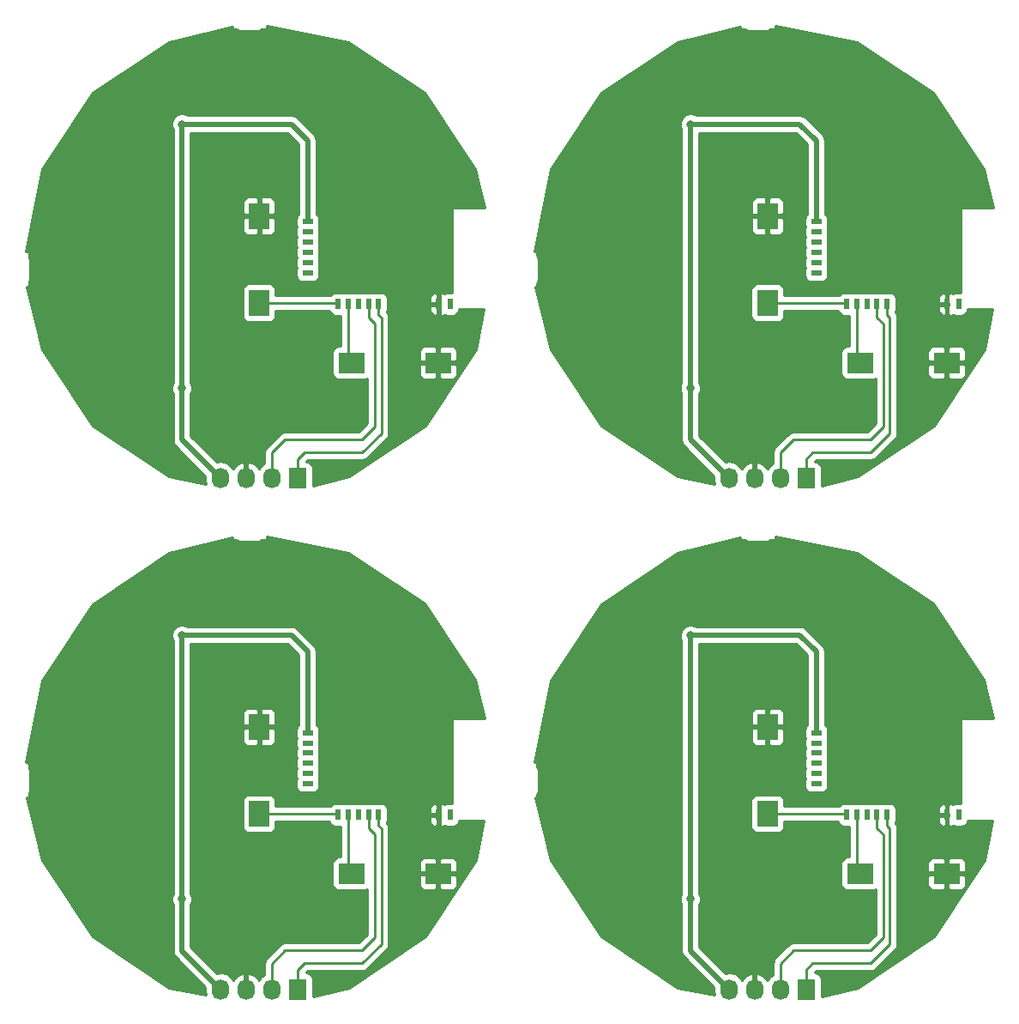
<source format=gtl>
G04 #@! TF.FileFunction,Copper,L1,Top,Signal*
%FSLAX46Y46*%
G04 Gerber Fmt 4.6, Leading zero omitted, Abs format (unit mm)*
G04 Created by KiCad (PCBNEW 4.1.0-alpha+201607130321+6976~46~ubuntu16.04.1-product) date Sun Jul 24 19:45:18 2016*
%MOMM*%
%LPD*%
G01*
G04 APERTURE LIST*
%ADD10C,0.100000*%
%ADD11R,0.500000X1.000000*%
%ADD12R,1.000000X0.500000*%
%ADD13R,1.727200X2.032000*%
%ADD14O,1.727200X2.032000*%
%ADD15R,2.000000X2.500000*%
%ADD16R,2.500000X2.000000*%
%ADD17C,0.800000*%
%ADD18C,0.500000*%
%ADD19C,0.250000*%
%ADD20C,0.254000*%
G04 APERTURE END LIST*
D10*
D11*
X142900000Y-95400000D03*
X144050000Y-95400000D03*
X137000000Y-95400000D03*
X136000000Y-95400000D03*
X135000000Y-95400000D03*
X134000000Y-95400000D03*
X133000000Y-95400000D03*
D12*
X130000000Y-92300000D03*
X130000000Y-91300000D03*
X130000000Y-90300000D03*
X130000000Y-89300000D03*
X130000000Y-88300000D03*
X130000000Y-87300000D03*
D13*
X129000000Y-112600000D03*
D14*
X126460000Y-112600000D03*
X123920000Y-112600000D03*
X121380000Y-112600000D03*
D15*
X125200000Y-95275000D03*
X125200000Y-86725000D03*
D16*
X134325000Y-101200000D03*
X142875000Y-101200000D03*
X84125000Y-101200000D03*
X92675000Y-101200000D03*
D15*
X75000000Y-95275000D03*
X75000000Y-86725000D03*
D13*
X78800000Y-112600000D03*
D14*
X76260000Y-112600000D03*
X73720000Y-112600000D03*
X71180000Y-112600000D03*
D11*
X92700000Y-95400000D03*
X93850000Y-95400000D03*
X86800000Y-95400000D03*
X85800000Y-95400000D03*
X84800000Y-95400000D03*
X83800000Y-95400000D03*
X82800000Y-95400000D03*
D12*
X79800000Y-92300000D03*
X79800000Y-91300000D03*
X79800000Y-90300000D03*
X79800000Y-89300000D03*
X79800000Y-88300000D03*
X79800000Y-87300000D03*
D16*
X134325000Y-151600000D03*
X142875000Y-151600000D03*
D15*
X125200000Y-145675000D03*
X125200000Y-137125000D03*
D13*
X129000000Y-163000000D03*
D14*
X126460000Y-163000000D03*
X123920000Y-163000000D03*
X121380000Y-163000000D03*
D11*
X142900000Y-145800000D03*
X144050000Y-145800000D03*
X137000000Y-145800000D03*
X136000000Y-145800000D03*
X135000000Y-145800000D03*
X134000000Y-145800000D03*
X133000000Y-145800000D03*
D12*
X130000000Y-142700000D03*
X130000000Y-141700000D03*
X130000000Y-140700000D03*
X130000000Y-139700000D03*
X130000000Y-138700000D03*
X130000000Y-137700000D03*
D11*
X92700000Y-145800000D03*
X93850000Y-145800000D03*
X86800000Y-145800000D03*
X85800000Y-145800000D03*
X84800000Y-145800000D03*
X83800000Y-145800000D03*
X82800000Y-145800000D03*
D12*
X79800000Y-142700000D03*
X79800000Y-141700000D03*
X79800000Y-140700000D03*
X79800000Y-139700000D03*
X79800000Y-138700000D03*
X79800000Y-137700000D03*
D13*
X78800000Y-163000000D03*
D14*
X76260000Y-163000000D03*
X73720000Y-163000000D03*
X71180000Y-163000000D03*
D15*
X75000000Y-145675000D03*
X75000000Y-137125000D03*
D16*
X84125000Y-151600000D03*
X92675000Y-151600000D03*
D17*
X117580000Y-103700000D03*
X117580000Y-77665000D03*
X67380000Y-77665000D03*
X67380000Y-103700000D03*
X117580000Y-128065000D03*
X117580000Y-154100000D03*
X67380000Y-154100000D03*
X67380000Y-128065000D03*
D18*
X117580000Y-103700000D02*
X117580000Y-108800000D01*
X117580000Y-108800000D02*
X121380000Y-112600000D01*
X117580000Y-77665000D02*
X117580000Y-103700000D01*
X130000000Y-79290000D02*
X130000000Y-87300000D01*
X128375000Y-77665000D02*
X130000000Y-79290000D01*
X117580000Y-77665000D02*
X128375000Y-77665000D01*
X67380000Y-77665000D02*
X78175000Y-77665000D01*
X78175000Y-77665000D02*
X79800000Y-79290000D01*
X79800000Y-79290000D02*
X79800000Y-87300000D01*
X67380000Y-77665000D02*
X67380000Y-103700000D01*
X67380000Y-108800000D02*
X71180000Y-112600000D01*
X67380000Y-103700000D02*
X67380000Y-108800000D01*
X117580000Y-128065000D02*
X128375000Y-128065000D01*
X128375000Y-128065000D02*
X130000000Y-129690000D01*
X130000000Y-129690000D02*
X130000000Y-137700000D01*
X117580000Y-128065000D02*
X117580000Y-154100000D01*
X117580000Y-159200000D02*
X121380000Y-163000000D01*
X117580000Y-154100000D02*
X117580000Y-159200000D01*
X67380000Y-154100000D02*
X67380000Y-159200000D01*
X67380000Y-159200000D02*
X71180000Y-163000000D01*
X67380000Y-128065000D02*
X67380000Y-154100000D01*
X79800000Y-129690000D02*
X79800000Y-137700000D01*
X78175000Y-128065000D02*
X79800000Y-129690000D01*
X67380000Y-128065000D02*
X78175000Y-128065000D01*
D19*
X137000000Y-95400000D02*
X137000000Y-96450000D01*
X129000000Y-110695000D02*
X129000000Y-112600000D01*
X129645000Y-110050000D02*
X129000000Y-110695000D01*
X135360000Y-110050000D02*
X129645000Y-110050000D01*
X137265000Y-108145000D02*
X135360000Y-110050000D01*
X137265000Y-96715000D02*
X137265000Y-108145000D01*
X137000000Y-96450000D02*
X137265000Y-96715000D01*
X86800000Y-96450000D02*
X87065000Y-96715000D01*
X87065000Y-96715000D02*
X87065000Y-108145000D01*
X87065000Y-108145000D02*
X85160000Y-110050000D01*
X85160000Y-110050000D02*
X79445000Y-110050000D01*
X79445000Y-110050000D02*
X78800000Y-110695000D01*
X78800000Y-110695000D02*
X78800000Y-112600000D01*
X86800000Y-95400000D02*
X86800000Y-96450000D01*
X137000000Y-146850000D02*
X137265000Y-147115000D01*
X137265000Y-147115000D02*
X137265000Y-158545000D01*
X137265000Y-158545000D02*
X135360000Y-160450000D01*
X135360000Y-160450000D02*
X129645000Y-160450000D01*
X129645000Y-160450000D02*
X129000000Y-161095000D01*
X129000000Y-161095000D02*
X129000000Y-163000000D01*
X137000000Y-145800000D02*
X137000000Y-146850000D01*
X86800000Y-145800000D02*
X86800000Y-146850000D01*
X78800000Y-161095000D02*
X78800000Y-163000000D01*
X79445000Y-160450000D02*
X78800000Y-161095000D01*
X85160000Y-160450000D02*
X79445000Y-160450000D01*
X87065000Y-158545000D02*
X85160000Y-160450000D01*
X87065000Y-147115000D02*
X87065000Y-158545000D01*
X86800000Y-146850000D02*
X87065000Y-147115000D01*
X136000000Y-95400000D02*
X136000000Y-96720000D01*
X126460000Y-110060000D02*
X126460000Y-112600000D01*
X127740000Y-108780000D02*
X126460000Y-110060000D01*
X135360000Y-108780000D02*
X127740000Y-108780000D01*
X136630000Y-107510000D02*
X135360000Y-108780000D01*
X136630000Y-97350000D02*
X136630000Y-107510000D01*
X136000000Y-96720000D02*
X136630000Y-97350000D01*
X85800000Y-96720000D02*
X86430000Y-97350000D01*
X86430000Y-97350000D02*
X86430000Y-107510000D01*
X86430000Y-107510000D02*
X85160000Y-108780000D01*
X85160000Y-108780000D02*
X77540000Y-108780000D01*
X77540000Y-108780000D02*
X76260000Y-110060000D01*
X76260000Y-110060000D02*
X76260000Y-112600000D01*
X85800000Y-95400000D02*
X85800000Y-96720000D01*
X136000000Y-147120000D02*
X136630000Y-147750000D01*
X136630000Y-147750000D02*
X136630000Y-157910000D01*
X136630000Y-157910000D02*
X135360000Y-159180000D01*
X135360000Y-159180000D02*
X127740000Y-159180000D01*
X127740000Y-159180000D02*
X126460000Y-160460000D01*
X126460000Y-160460000D02*
X126460000Y-163000000D01*
X136000000Y-145800000D02*
X136000000Y-147120000D01*
X85800000Y-145800000D02*
X85800000Y-147120000D01*
X76260000Y-160460000D02*
X76260000Y-163000000D01*
X77540000Y-159180000D02*
X76260000Y-160460000D01*
X85160000Y-159180000D02*
X77540000Y-159180000D01*
X86430000Y-157910000D02*
X85160000Y-159180000D01*
X86430000Y-147750000D02*
X86430000Y-157910000D01*
X85800000Y-147120000D02*
X86430000Y-147750000D01*
X134000000Y-95400000D02*
X134000000Y-100875000D01*
X134000000Y-100875000D02*
X134325000Y-101200000D01*
X83800000Y-100875000D02*
X84125000Y-101200000D01*
X83800000Y-95400000D02*
X83800000Y-100875000D01*
X134000000Y-151275000D02*
X134325000Y-151600000D01*
X134000000Y-145800000D02*
X134000000Y-151275000D01*
X83800000Y-145800000D02*
X83800000Y-151275000D01*
X83800000Y-151275000D02*
X84125000Y-151600000D01*
X125200000Y-95275000D02*
X132875000Y-95275000D01*
X132875000Y-95275000D02*
X133000000Y-95400000D01*
X82675000Y-95275000D02*
X82800000Y-95400000D01*
X75000000Y-95275000D02*
X82675000Y-95275000D01*
X132875000Y-145675000D02*
X133000000Y-145800000D01*
X125200000Y-145675000D02*
X132875000Y-145675000D01*
X75000000Y-145675000D02*
X82675000Y-145675000D01*
X82675000Y-145675000D02*
X82800000Y-145800000D01*
D20*
G36*
X83839840Y-119958732D02*
X91333897Y-124966100D01*
X96351117Y-132474898D01*
X97280506Y-136273000D01*
X94200000Y-136273000D01*
X94151399Y-136282667D01*
X94110197Y-136310197D01*
X94082667Y-136351399D01*
X94073000Y-136400000D01*
X94073000Y-144652560D01*
X93600000Y-144652560D01*
X93352235Y-144701843D01*
X93280681Y-144749654D01*
X93076309Y-144665000D01*
X92983750Y-144665000D01*
X92825000Y-144823750D01*
X92825000Y-145673000D01*
X92847000Y-145673000D01*
X92847000Y-145927000D01*
X92825000Y-145927000D01*
X92825000Y-146776250D01*
X92983750Y-146935000D01*
X93076309Y-146935000D01*
X93280681Y-146850346D01*
X93352235Y-146898157D01*
X93600000Y-146947440D01*
X94100000Y-146947440D01*
X94347765Y-146898157D01*
X94557809Y-146757809D01*
X94698157Y-146547765D01*
X94742069Y-146327000D01*
X97219580Y-146327000D01*
X96433656Y-150278108D01*
X91404609Y-157804609D01*
X83863368Y-162843505D01*
X80311040Y-163712754D01*
X80311040Y-161984000D01*
X80261757Y-161736235D01*
X80121409Y-161526191D01*
X79911365Y-161385843D01*
X79663600Y-161336560D01*
X79633242Y-161336560D01*
X79759802Y-161210000D01*
X85160000Y-161210000D01*
X85450839Y-161152148D01*
X85697401Y-160987401D01*
X87602401Y-159082401D01*
X87767148Y-158835839D01*
X87825000Y-158545000D01*
X87825000Y-151885750D01*
X90790000Y-151885750D01*
X90790000Y-152726310D01*
X90886673Y-152959699D01*
X91065302Y-153138327D01*
X91298691Y-153235000D01*
X92389250Y-153235000D01*
X92548000Y-153076250D01*
X92548000Y-151727000D01*
X92802000Y-151727000D01*
X92802000Y-153076250D01*
X92960750Y-153235000D01*
X94051309Y-153235000D01*
X94284698Y-153138327D01*
X94463327Y-152959699D01*
X94560000Y-152726310D01*
X94560000Y-151885750D01*
X94401250Y-151727000D01*
X92802000Y-151727000D01*
X92548000Y-151727000D01*
X90948750Y-151727000D01*
X90790000Y-151885750D01*
X87825000Y-151885750D01*
X87825000Y-150473690D01*
X90790000Y-150473690D01*
X90790000Y-151314250D01*
X90948750Y-151473000D01*
X92548000Y-151473000D01*
X92548000Y-150123750D01*
X92802000Y-150123750D01*
X92802000Y-151473000D01*
X94401250Y-151473000D01*
X94560000Y-151314250D01*
X94560000Y-150473690D01*
X94463327Y-150240301D01*
X94284698Y-150061673D01*
X94051309Y-149965000D01*
X92960750Y-149965000D01*
X92802000Y-150123750D01*
X92548000Y-150123750D01*
X92389250Y-149965000D01*
X91298691Y-149965000D01*
X91065302Y-150061673D01*
X90886673Y-150240301D01*
X90790000Y-150473690D01*
X87825000Y-150473690D01*
X87825000Y-147115000D01*
X87767148Y-146824161D01*
X87615312Y-146596921D01*
X87648157Y-146547765D01*
X87697440Y-146300000D01*
X87697440Y-146085750D01*
X91815000Y-146085750D01*
X91815000Y-146426310D01*
X91911673Y-146659699D01*
X92090302Y-146838327D01*
X92323691Y-146935000D01*
X92416250Y-146935000D01*
X92575000Y-146776250D01*
X92575000Y-145927000D01*
X91973750Y-145927000D01*
X91815000Y-146085750D01*
X87697440Y-146085750D01*
X87697440Y-145300000D01*
X87672316Y-145173690D01*
X91815000Y-145173690D01*
X91815000Y-145514250D01*
X91973750Y-145673000D01*
X92575000Y-145673000D01*
X92575000Y-144823750D01*
X92416250Y-144665000D01*
X92323691Y-144665000D01*
X92090302Y-144761673D01*
X91911673Y-144940301D01*
X91815000Y-145173690D01*
X87672316Y-145173690D01*
X87648157Y-145052235D01*
X87507809Y-144842191D01*
X87297765Y-144701843D01*
X87050000Y-144652560D01*
X86550000Y-144652560D01*
X86302235Y-144701843D01*
X86300000Y-144703336D01*
X86297765Y-144701843D01*
X86050000Y-144652560D01*
X85550000Y-144652560D01*
X85302235Y-144701843D01*
X85300000Y-144703336D01*
X85297765Y-144701843D01*
X85050000Y-144652560D01*
X84550000Y-144652560D01*
X84302235Y-144701843D01*
X84300000Y-144703336D01*
X84297765Y-144701843D01*
X84050000Y-144652560D01*
X83550000Y-144652560D01*
X83302235Y-144701843D01*
X83300000Y-144703336D01*
X83297765Y-144701843D01*
X83050000Y-144652560D01*
X82550000Y-144652560D01*
X82302235Y-144701843D01*
X82092191Y-144842191D01*
X82043541Y-144915000D01*
X76647440Y-144915000D01*
X76647440Y-144425000D01*
X76598157Y-144177235D01*
X76457809Y-143967191D01*
X76247765Y-143826843D01*
X76000000Y-143777560D01*
X74000000Y-143777560D01*
X73752235Y-143826843D01*
X73542191Y-143967191D01*
X73401843Y-144177235D01*
X73352560Y-144425000D01*
X73352560Y-146925000D01*
X73401843Y-147172765D01*
X73542191Y-147382809D01*
X73752235Y-147523157D01*
X74000000Y-147572440D01*
X76000000Y-147572440D01*
X76247765Y-147523157D01*
X76457809Y-147382809D01*
X76598157Y-147172765D01*
X76647440Y-146925000D01*
X76647440Y-146435000D01*
X81929413Y-146435000D01*
X81951843Y-146547765D01*
X82092191Y-146757809D01*
X82302235Y-146898157D01*
X82550000Y-146947440D01*
X83040000Y-146947440D01*
X83040000Y-149952560D01*
X82875000Y-149952560D01*
X82627235Y-150001843D01*
X82417191Y-150142191D01*
X82276843Y-150352235D01*
X82227560Y-150600000D01*
X82227560Y-152600000D01*
X82276843Y-152847765D01*
X82417191Y-153057809D01*
X82627235Y-153198157D01*
X82875000Y-153247440D01*
X85375000Y-153247440D01*
X85622765Y-153198157D01*
X85670000Y-153166595D01*
X85670000Y-157595198D01*
X84845198Y-158420000D01*
X77540000Y-158420000D01*
X77249160Y-158477852D01*
X77002599Y-158642599D01*
X75722599Y-159922599D01*
X75557852Y-160169161D01*
X75500000Y-160460000D01*
X75500000Y-161555352D01*
X75200330Y-161755585D01*
X74993539Y-162065069D01*
X74622036Y-161649268D01*
X74094791Y-161395291D01*
X74079026Y-161392642D01*
X73847000Y-161513783D01*
X73847000Y-162873000D01*
X73867000Y-162873000D01*
X73867000Y-163127000D01*
X73847000Y-163127000D01*
X73847000Y-163147000D01*
X73593000Y-163147000D01*
X73593000Y-163127000D01*
X73573000Y-163127000D01*
X73573000Y-162873000D01*
X73593000Y-162873000D01*
X73593000Y-161513783D01*
X73360974Y-161392642D01*
X73345209Y-161395291D01*
X72817964Y-161649268D01*
X72446461Y-162065069D01*
X72239670Y-161755585D01*
X71753489Y-161430729D01*
X71180000Y-161316655D01*
X70819869Y-161388290D01*
X68265000Y-158833420D01*
X68265000Y-154667585D01*
X68414820Y-154306777D01*
X68415179Y-153895029D01*
X68265000Y-153531567D01*
X68265000Y-137410750D01*
X73365000Y-137410750D01*
X73365000Y-138501309D01*
X73461673Y-138734698D01*
X73640301Y-138913327D01*
X73873690Y-139010000D01*
X74714250Y-139010000D01*
X74873000Y-138851250D01*
X74873000Y-137252000D01*
X75127000Y-137252000D01*
X75127000Y-138851250D01*
X75285750Y-139010000D01*
X76126310Y-139010000D01*
X76359699Y-138913327D01*
X76538327Y-138734698D01*
X76635000Y-138501309D01*
X76635000Y-137410750D01*
X76476250Y-137252000D01*
X75127000Y-137252000D01*
X74873000Y-137252000D01*
X73523750Y-137252000D01*
X73365000Y-137410750D01*
X68265000Y-137410750D01*
X68265000Y-135748691D01*
X73365000Y-135748691D01*
X73365000Y-136839250D01*
X73523750Y-136998000D01*
X74873000Y-136998000D01*
X74873000Y-135398750D01*
X75127000Y-135398750D01*
X75127000Y-136998000D01*
X76476250Y-136998000D01*
X76635000Y-136839250D01*
X76635000Y-135748691D01*
X76538327Y-135515302D01*
X76359699Y-135336673D01*
X76126310Y-135240000D01*
X75285750Y-135240000D01*
X75127000Y-135398750D01*
X74873000Y-135398750D01*
X74714250Y-135240000D01*
X73873690Y-135240000D01*
X73640301Y-135336673D01*
X73461673Y-135515302D01*
X73365000Y-135748691D01*
X68265000Y-135748691D01*
X68265000Y-128950000D01*
X77808420Y-128950000D01*
X78915000Y-130056579D01*
X78915000Y-136943541D01*
X78842191Y-136992191D01*
X78701843Y-137202235D01*
X78652560Y-137450000D01*
X78652560Y-137950000D01*
X78701843Y-138197765D01*
X78703336Y-138200000D01*
X78701843Y-138202235D01*
X78652560Y-138450000D01*
X78652560Y-138950000D01*
X78701843Y-139197765D01*
X78703336Y-139200000D01*
X78701843Y-139202235D01*
X78652560Y-139450000D01*
X78652560Y-139950000D01*
X78701843Y-140197765D01*
X78703336Y-140200000D01*
X78701843Y-140202235D01*
X78652560Y-140450000D01*
X78652560Y-140950000D01*
X78701843Y-141197765D01*
X78703336Y-141200000D01*
X78701843Y-141202235D01*
X78652560Y-141450000D01*
X78652560Y-141950000D01*
X78701843Y-142197765D01*
X78703336Y-142200000D01*
X78701843Y-142202235D01*
X78652560Y-142450000D01*
X78652560Y-142950000D01*
X78701843Y-143197765D01*
X78842191Y-143407809D01*
X79052235Y-143548157D01*
X79300000Y-143597440D01*
X80300000Y-143597440D01*
X80547765Y-143548157D01*
X80757809Y-143407809D01*
X80898157Y-143197765D01*
X80947440Y-142950000D01*
X80947440Y-142450000D01*
X80898157Y-142202235D01*
X80896664Y-142200000D01*
X80898157Y-142197765D01*
X80947440Y-141950000D01*
X80947440Y-141450000D01*
X80898157Y-141202235D01*
X80896664Y-141200000D01*
X80898157Y-141197765D01*
X80947440Y-140950000D01*
X80947440Y-140450000D01*
X80898157Y-140202235D01*
X80896664Y-140200000D01*
X80898157Y-140197765D01*
X80947440Y-139950000D01*
X80947440Y-139450000D01*
X80898157Y-139202235D01*
X80896664Y-139200000D01*
X80898157Y-139197765D01*
X80947440Y-138950000D01*
X80947440Y-138450000D01*
X80898157Y-138202235D01*
X80896664Y-138200000D01*
X80898157Y-138197765D01*
X80947440Y-137950000D01*
X80947440Y-137450000D01*
X80898157Y-137202235D01*
X80757809Y-136992191D01*
X80685000Y-136943541D01*
X80685000Y-129690005D01*
X80685001Y-129690000D01*
X80617633Y-129351326D01*
X80617633Y-129351325D01*
X80425790Y-129064210D01*
X80425787Y-129064208D01*
X78800790Y-127439210D01*
X78513675Y-127247367D01*
X78457484Y-127236190D01*
X78175000Y-127179999D01*
X78174995Y-127180000D01*
X67947585Y-127180000D01*
X67586777Y-127030180D01*
X67175029Y-127029821D01*
X66794485Y-127187058D01*
X66503081Y-127477954D01*
X66345180Y-127858223D01*
X66344821Y-128269971D01*
X66495000Y-128633433D01*
X66495000Y-153532415D01*
X66345180Y-153893223D01*
X66344821Y-154304971D01*
X66495000Y-154668433D01*
X66495000Y-159199995D01*
X66494999Y-159200000D01*
X66548874Y-159470840D01*
X66562367Y-159538675D01*
X66681787Y-159717401D01*
X66754210Y-159825790D01*
X69691732Y-162763311D01*
X69681400Y-162815255D01*
X69681400Y-163184745D01*
X69755325Y-163556391D01*
X66121892Y-162833656D01*
X58595391Y-157804609D01*
X53556887Y-150263954D01*
X52051960Y-144067000D01*
X52140000Y-144067000D01*
X52188601Y-144057333D01*
X52229803Y-144029803D01*
X52257333Y-143988601D01*
X52267000Y-143940000D01*
X52267000Y-143714003D01*
X52307466Y-143673607D01*
X52434855Y-143366821D01*
X52435145Y-143034637D01*
X52420955Y-143000295D01*
X52434855Y-142966821D01*
X52435145Y-142634637D01*
X52420955Y-142600295D01*
X52434855Y-142566821D01*
X52435145Y-142234637D01*
X52420955Y-142200295D01*
X52434855Y-142166821D01*
X52435145Y-141834637D01*
X52420955Y-141800295D01*
X52434855Y-141766821D01*
X52435145Y-141434637D01*
X52308292Y-141127628D01*
X52267000Y-141086264D01*
X52267000Y-140765000D01*
X52257333Y-140716399D01*
X52229803Y-140675197D01*
X52188601Y-140647667D01*
X52140000Y-140638000D01*
X51951950Y-140638000D01*
X53566344Y-132521892D01*
X58595391Y-124995391D01*
X66136632Y-119956495D01*
X72333000Y-118440253D01*
X72333000Y-118540000D01*
X72342667Y-118588601D01*
X72370197Y-118629803D01*
X72411399Y-118657333D01*
X72460000Y-118667000D01*
X72685997Y-118667000D01*
X72726393Y-118707466D01*
X73033179Y-118834855D01*
X73365363Y-118835145D01*
X73399705Y-118820955D01*
X73433179Y-118834855D01*
X73765363Y-118835145D01*
X73799705Y-118820955D01*
X73833179Y-118834855D01*
X74165363Y-118835145D01*
X74199705Y-118820955D01*
X74233179Y-118834855D01*
X74565363Y-118835145D01*
X74599705Y-118820955D01*
X74633179Y-118834855D01*
X74965363Y-118835145D01*
X75272372Y-118708292D01*
X75313736Y-118667000D01*
X75635000Y-118667000D01*
X75683601Y-118657333D01*
X75724803Y-118629803D01*
X75752333Y-118588601D01*
X75762000Y-118540000D01*
X75762000Y-118351950D01*
X83839840Y-119958732D01*
X83839840Y-119958732D01*
G37*
X83839840Y-119958732D02*
X91333897Y-124966100D01*
X96351117Y-132474898D01*
X97280506Y-136273000D01*
X94200000Y-136273000D01*
X94151399Y-136282667D01*
X94110197Y-136310197D01*
X94082667Y-136351399D01*
X94073000Y-136400000D01*
X94073000Y-144652560D01*
X93600000Y-144652560D01*
X93352235Y-144701843D01*
X93280681Y-144749654D01*
X93076309Y-144665000D01*
X92983750Y-144665000D01*
X92825000Y-144823750D01*
X92825000Y-145673000D01*
X92847000Y-145673000D01*
X92847000Y-145927000D01*
X92825000Y-145927000D01*
X92825000Y-146776250D01*
X92983750Y-146935000D01*
X93076309Y-146935000D01*
X93280681Y-146850346D01*
X93352235Y-146898157D01*
X93600000Y-146947440D01*
X94100000Y-146947440D01*
X94347765Y-146898157D01*
X94557809Y-146757809D01*
X94698157Y-146547765D01*
X94742069Y-146327000D01*
X97219580Y-146327000D01*
X96433656Y-150278108D01*
X91404609Y-157804609D01*
X83863368Y-162843505D01*
X80311040Y-163712754D01*
X80311040Y-161984000D01*
X80261757Y-161736235D01*
X80121409Y-161526191D01*
X79911365Y-161385843D01*
X79663600Y-161336560D01*
X79633242Y-161336560D01*
X79759802Y-161210000D01*
X85160000Y-161210000D01*
X85450839Y-161152148D01*
X85697401Y-160987401D01*
X87602401Y-159082401D01*
X87767148Y-158835839D01*
X87825000Y-158545000D01*
X87825000Y-151885750D01*
X90790000Y-151885750D01*
X90790000Y-152726310D01*
X90886673Y-152959699D01*
X91065302Y-153138327D01*
X91298691Y-153235000D01*
X92389250Y-153235000D01*
X92548000Y-153076250D01*
X92548000Y-151727000D01*
X92802000Y-151727000D01*
X92802000Y-153076250D01*
X92960750Y-153235000D01*
X94051309Y-153235000D01*
X94284698Y-153138327D01*
X94463327Y-152959699D01*
X94560000Y-152726310D01*
X94560000Y-151885750D01*
X94401250Y-151727000D01*
X92802000Y-151727000D01*
X92548000Y-151727000D01*
X90948750Y-151727000D01*
X90790000Y-151885750D01*
X87825000Y-151885750D01*
X87825000Y-150473690D01*
X90790000Y-150473690D01*
X90790000Y-151314250D01*
X90948750Y-151473000D01*
X92548000Y-151473000D01*
X92548000Y-150123750D01*
X92802000Y-150123750D01*
X92802000Y-151473000D01*
X94401250Y-151473000D01*
X94560000Y-151314250D01*
X94560000Y-150473690D01*
X94463327Y-150240301D01*
X94284698Y-150061673D01*
X94051309Y-149965000D01*
X92960750Y-149965000D01*
X92802000Y-150123750D01*
X92548000Y-150123750D01*
X92389250Y-149965000D01*
X91298691Y-149965000D01*
X91065302Y-150061673D01*
X90886673Y-150240301D01*
X90790000Y-150473690D01*
X87825000Y-150473690D01*
X87825000Y-147115000D01*
X87767148Y-146824161D01*
X87615312Y-146596921D01*
X87648157Y-146547765D01*
X87697440Y-146300000D01*
X87697440Y-146085750D01*
X91815000Y-146085750D01*
X91815000Y-146426310D01*
X91911673Y-146659699D01*
X92090302Y-146838327D01*
X92323691Y-146935000D01*
X92416250Y-146935000D01*
X92575000Y-146776250D01*
X92575000Y-145927000D01*
X91973750Y-145927000D01*
X91815000Y-146085750D01*
X87697440Y-146085750D01*
X87697440Y-145300000D01*
X87672316Y-145173690D01*
X91815000Y-145173690D01*
X91815000Y-145514250D01*
X91973750Y-145673000D01*
X92575000Y-145673000D01*
X92575000Y-144823750D01*
X92416250Y-144665000D01*
X92323691Y-144665000D01*
X92090302Y-144761673D01*
X91911673Y-144940301D01*
X91815000Y-145173690D01*
X87672316Y-145173690D01*
X87648157Y-145052235D01*
X87507809Y-144842191D01*
X87297765Y-144701843D01*
X87050000Y-144652560D01*
X86550000Y-144652560D01*
X86302235Y-144701843D01*
X86300000Y-144703336D01*
X86297765Y-144701843D01*
X86050000Y-144652560D01*
X85550000Y-144652560D01*
X85302235Y-144701843D01*
X85300000Y-144703336D01*
X85297765Y-144701843D01*
X85050000Y-144652560D01*
X84550000Y-144652560D01*
X84302235Y-144701843D01*
X84300000Y-144703336D01*
X84297765Y-144701843D01*
X84050000Y-144652560D01*
X83550000Y-144652560D01*
X83302235Y-144701843D01*
X83300000Y-144703336D01*
X83297765Y-144701843D01*
X83050000Y-144652560D01*
X82550000Y-144652560D01*
X82302235Y-144701843D01*
X82092191Y-144842191D01*
X82043541Y-144915000D01*
X76647440Y-144915000D01*
X76647440Y-144425000D01*
X76598157Y-144177235D01*
X76457809Y-143967191D01*
X76247765Y-143826843D01*
X76000000Y-143777560D01*
X74000000Y-143777560D01*
X73752235Y-143826843D01*
X73542191Y-143967191D01*
X73401843Y-144177235D01*
X73352560Y-144425000D01*
X73352560Y-146925000D01*
X73401843Y-147172765D01*
X73542191Y-147382809D01*
X73752235Y-147523157D01*
X74000000Y-147572440D01*
X76000000Y-147572440D01*
X76247765Y-147523157D01*
X76457809Y-147382809D01*
X76598157Y-147172765D01*
X76647440Y-146925000D01*
X76647440Y-146435000D01*
X81929413Y-146435000D01*
X81951843Y-146547765D01*
X82092191Y-146757809D01*
X82302235Y-146898157D01*
X82550000Y-146947440D01*
X83040000Y-146947440D01*
X83040000Y-149952560D01*
X82875000Y-149952560D01*
X82627235Y-150001843D01*
X82417191Y-150142191D01*
X82276843Y-150352235D01*
X82227560Y-150600000D01*
X82227560Y-152600000D01*
X82276843Y-152847765D01*
X82417191Y-153057809D01*
X82627235Y-153198157D01*
X82875000Y-153247440D01*
X85375000Y-153247440D01*
X85622765Y-153198157D01*
X85670000Y-153166595D01*
X85670000Y-157595198D01*
X84845198Y-158420000D01*
X77540000Y-158420000D01*
X77249160Y-158477852D01*
X77002599Y-158642599D01*
X75722599Y-159922599D01*
X75557852Y-160169161D01*
X75500000Y-160460000D01*
X75500000Y-161555352D01*
X75200330Y-161755585D01*
X74993539Y-162065069D01*
X74622036Y-161649268D01*
X74094791Y-161395291D01*
X74079026Y-161392642D01*
X73847000Y-161513783D01*
X73847000Y-162873000D01*
X73867000Y-162873000D01*
X73867000Y-163127000D01*
X73847000Y-163127000D01*
X73847000Y-163147000D01*
X73593000Y-163147000D01*
X73593000Y-163127000D01*
X73573000Y-163127000D01*
X73573000Y-162873000D01*
X73593000Y-162873000D01*
X73593000Y-161513783D01*
X73360974Y-161392642D01*
X73345209Y-161395291D01*
X72817964Y-161649268D01*
X72446461Y-162065069D01*
X72239670Y-161755585D01*
X71753489Y-161430729D01*
X71180000Y-161316655D01*
X70819869Y-161388290D01*
X68265000Y-158833420D01*
X68265000Y-154667585D01*
X68414820Y-154306777D01*
X68415179Y-153895029D01*
X68265000Y-153531567D01*
X68265000Y-137410750D01*
X73365000Y-137410750D01*
X73365000Y-138501309D01*
X73461673Y-138734698D01*
X73640301Y-138913327D01*
X73873690Y-139010000D01*
X74714250Y-139010000D01*
X74873000Y-138851250D01*
X74873000Y-137252000D01*
X75127000Y-137252000D01*
X75127000Y-138851250D01*
X75285750Y-139010000D01*
X76126310Y-139010000D01*
X76359699Y-138913327D01*
X76538327Y-138734698D01*
X76635000Y-138501309D01*
X76635000Y-137410750D01*
X76476250Y-137252000D01*
X75127000Y-137252000D01*
X74873000Y-137252000D01*
X73523750Y-137252000D01*
X73365000Y-137410750D01*
X68265000Y-137410750D01*
X68265000Y-135748691D01*
X73365000Y-135748691D01*
X73365000Y-136839250D01*
X73523750Y-136998000D01*
X74873000Y-136998000D01*
X74873000Y-135398750D01*
X75127000Y-135398750D01*
X75127000Y-136998000D01*
X76476250Y-136998000D01*
X76635000Y-136839250D01*
X76635000Y-135748691D01*
X76538327Y-135515302D01*
X76359699Y-135336673D01*
X76126310Y-135240000D01*
X75285750Y-135240000D01*
X75127000Y-135398750D01*
X74873000Y-135398750D01*
X74714250Y-135240000D01*
X73873690Y-135240000D01*
X73640301Y-135336673D01*
X73461673Y-135515302D01*
X73365000Y-135748691D01*
X68265000Y-135748691D01*
X68265000Y-128950000D01*
X77808420Y-128950000D01*
X78915000Y-130056579D01*
X78915000Y-136943541D01*
X78842191Y-136992191D01*
X78701843Y-137202235D01*
X78652560Y-137450000D01*
X78652560Y-137950000D01*
X78701843Y-138197765D01*
X78703336Y-138200000D01*
X78701843Y-138202235D01*
X78652560Y-138450000D01*
X78652560Y-138950000D01*
X78701843Y-139197765D01*
X78703336Y-139200000D01*
X78701843Y-139202235D01*
X78652560Y-139450000D01*
X78652560Y-139950000D01*
X78701843Y-140197765D01*
X78703336Y-140200000D01*
X78701843Y-140202235D01*
X78652560Y-140450000D01*
X78652560Y-140950000D01*
X78701843Y-141197765D01*
X78703336Y-141200000D01*
X78701843Y-141202235D01*
X78652560Y-141450000D01*
X78652560Y-141950000D01*
X78701843Y-142197765D01*
X78703336Y-142200000D01*
X78701843Y-142202235D01*
X78652560Y-142450000D01*
X78652560Y-142950000D01*
X78701843Y-143197765D01*
X78842191Y-143407809D01*
X79052235Y-143548157D01*
X79300000Y-143597440D01*
X80300000Y-143597440D01*
X80547765Y-143548157D01*
X80757809Y-143407809D01*
X80898157Y-143197765D01*
X80947440Y-142950000D01*
X80947440Y-142450000D01*
X80898157Y-142202235D01*
X80896664Y-142200000D01*
X80898157Y-142197765D01*
X80947440Y-141950000D01*
X80947440Y-141450000D01*
X80898157Y-141202235D01*
X80896664Y-141200000D01*
X80898157Y-141197765D01*
X80947440Y-140950000D01*
X80947440Y-140450000D01*
X80898157Y-140202235D01*
X80896664Y-140200000D01*
X80898157Y-140197765D01*
X80947440Y-139950000D01*
X80947440Y-139450000D01*
X80898157Y-139202235D01*
X80896664Y-139200000D01*
X80898157Y-139197765D01*
X80947440Y-138950000D01*
X80947440Y-138450000D01*
X80898157Y-138202235D01*
X80896664Y-138200000D01*
X80898157Y-138197765D01*
X80947440Y-137950000D01*
X80947440Y-137450000D01*
X80898157Y-137202235D01*
X80757809Y-136992191D01*
X80685000Y-136943541D01*
X80685000Y-129690005D01*
X80685001Y-129690000D01*
X80617633Y-129351326D01*
X80617633Y-129351325D01*
X80425790Y-129064210D01*
X80425787Y-129064208D01*
X78800790Y-127439210D01*
X78513675Y-127247367D01*
X78457484Y-127236190D01*
X78175000Y-127179999D01*
X78174995Y-127180000D01*
X67947585Y-127180000D01*
X67586777Y-127030180D01*
X67175029Y-127029821D01*
X66794485Y-127187058D01*
X66503081Y-127477954D01*
X66345180Y-127858223D01*
X66344821Y-128269971D01*
X66495000Y-128633433D01*
X66495000Y-153532415D01*
X66345180Y-153893223D01*
X66344821Y-154304971D01*
X66495000Y-154668433D01*
X66495000Y-159199995D01*
X66494999Y-159200000D01*
X66548874Y-159470840D01*
X66562367Y-159538675D01*
X66681787Y-159717401D01*
X66754210Y-159825790D01*
X69691732Y-162763311D01*
X69681400Y-162815255D01*
X69681400Y-163184745D01*
X69755325Y-163556391D01*
X66121892Y-162833656D01*
X58595391Y-157804609D01*
X53556887Y-150263954D01*
X52051960Y-144067000D01*
X52140000Y-144067000D01*
X52188601Y-144057333D01*
X52229803Y-144029803D01*
X52257333Y-143988601D01*
X52267000Y-143940000D01*
X52267000Y-143714003D01*
X52307466Y-143673607D01*
X52434855Y-143366821D01*
X52435145Y-143034637D01*
X52420955Y-143000295D01*
X52434855Y-142966821D01*
X52435145Y-142634637D01*
X52420955Y-142600295D01*
X52434855Y-142566821D01*
X52435145Y-142234637D01*
X52420955Y-142200295D01*
X52434855Y-142166821D01*
X52435145Y-141834637D01*
X52420955Y-141800295D01*
X52434855Y-141766821D01*
X52435145Y-141434637D01*
X52308292Y-141127628D01*
X52267000Y-141086264D01*
X52267000Y-140765000D01*
X52257333Y-140716399D01*
X52229803Y-140675197D01*
X52188601Y-140647667D01*
X52140000Y-140638000D01*
X51951950Y-140638000D01*
X53566344Y-132521892D01*
X58595391Y-124995391D01*
X66136632Y-119956495D01*
X72333000Y-118440253D01*
X72333000Y-118540000D01*
X72342667Y-118588601D01*
X72370197Y-118629803D01*
X72411399Y-118657333D01*
X72460000Y-118667000D01*
X72685997Y-118667000D01*
X72726393Y-118707466D01*
X73033179Y-118834855D01*
X73365363Y-118835145D01*
X73399705Y-118820955D01*
X73433179Y-118834855D01*
X73765363Y-118835145D01*
X73799705Y-118820955D01*
X73833179Y-118834855D01*
X74165363Y-118835145D01*
X74199705Y-118820955D01*
X74233179Y-118834855D01*
X74565363Y-118835145D01*
X74599705Y-118820955D01*
X74633179Y-118834855D01*
X74965363Y-118835145D01*
X75272372Y-118708292D01*
X75313736Y-118667000D01*
X75635000Y-118667000D01*
X75683601Y-118657333D01*
X75724803Y-118629803D01*
X75752333Y-118588601D01*
X75762000Y-118540000D01*
X75762000Y-118351950D01*
X83839840Y-119958732D01*
G36*
X134039840Y-119958732D02*
X141533897Y-124966100D01*
X146551117Y-132474898D01*
X147480506Y-136273000D01*
X144400000Y-136273000D01*
X144351399Y-136282667D01*
X144310197Y-136310197D01*
X144282667Y-136351399D01*
X144273000Y-136400000D01*
X144273000Y-144652560D01*
X143800000Y-144652560D01*
X143552235Y-144701843D01*
X143480681Y-144749654D01*
X143276309Y-144665000D01*
X143183750Y-144665000D01*
X143025000Y-144823750D01*
X143025000Y-145673000D01*
X143047000Y-145673000D01*
X143047000Y-145927000D01*
X143025000Y-145927000D01*
X143025000Y-146776250D01*
X143183750Y-146935000D01*
X143276309Y-146935000D01*
X143480681Y-146850346D01*
X143552235Y-146898157D01*
X143800000Y-146947440D01*
X144300000Y-146947440D01*
X144547765Y-146898157D01*
X144757809Y-146757809D01*
X144898157Y-146547765D01*
X144942069Y-146327000D01*
X147419580Y-146327000D01*
X146633656Y-150278108D01*
X141604609Y-157804609D01*
X134063368Y-162843505D01*
X130511040Y-163712754D01*
X130511040Y-161984000D01*
X130461757Y-161736235D01*
X130321409Y-161526191D01*
X130111365Y-161385843D01*
X129863600Y-161336560D01*
X129833242Y-161336560D01*
X129959802Y-161210000D01*
X135360000Y-161210000D01*
X135650839Y-161152148D01*
X135897401Y-160987401D01*
X137802401Y-159082401D01*
X137967148Y-158835839D01*
X138025000Y-158545000D01*
X138025000Y-151885750D01*
X140990000Y-151885750D01*
X140990000Y-152726310D01*
X141086673Y-152959699D01*
X141265302Y-153138327D01*
X141498691Y-153235000D01*
X142589250Y-153235000D01*
X142748000Y-153076250D01*
X142748000Y-151727000D01*
X143002000Y-151727000D01*
X143002000Y-153076250D01*
X143160750Y-153235000D01*
X144251309Y-153235000D01*
X144484698Y-153138327D01*
X144663327Y-152959699D01*
X144760000Y-152726310D01*
X144760000Y-151885750D01*
X144601250Y-151727000D01*
X143002000Y-151727000D01*
X142748000Y-151727000D01*
X141148750Y-151727000D01*
X140990000Y-151885750D01*
X138025000Y-151885750D01*
X138025000Y-150473690D01*
X140990000Y-150473690D01*
X140990000Y-151314250D01*
X141148750Y-151473000D01*
X142748000Y-151473000D01*
X142748000Y-150123750D01*
X143002000Y-150123750D01*
X143002000Y-151473000D01*
X144601250Y-151473000D01*
X144760000Y-151314250D01*
X144760000Y-150473690D01*
X144663327Y-150240301D01*
X144484698Y-150061673D01*
X144251309Y-149965000D01*
X143160750Y-149965000D01*
X143002000Y-150123750D01*
X142748000Y-150123750D01*
X142589250Y-149965000D01*
X141498691Y-149965000D01*
X141265302Y-150061673D01*
X141086673Y-150240301D01*
X140990000Y-150473690D01*
X138025000Y-150473690D01*
X138025000Y-147115000D01*
X137967148Y-146824161D01*
X137815312Y-146596921D01*
X137848157Y-146547765D01*
X137897440Y-146300000D01*
X137897440Y-146085750D01*
X142015000Y-146085750D01*
X142015000Y-146426310D01*
X142111673Y-146659699D01*
X142290302Y-146838327D01*
X142523691Y-146935000D01*
X142616250Y-146935000D01*
X142775000Y-146776250D01*
X142775000Y-145927000D01*
X142173750Y-145927000D01*
X142015000Y-146085750D01*
X137897440Y-146085750D01*
X137897440Y-145300000D01*
X137872316Y-145173690D01*
X142015000Y-145173690D01*
X142015000Y-145514250D01*
X142173750Y-145673000D01*
X142775000Y-145673000D01*
X142775000Y-144823750D01*
X142616250Y-144665000D01*
X142523691Y-144665000D01*
X142290302Y-144761673D01*
X142111673Y-144940301D01*
X142015000Y-145173690D01*
X137872316Y-145173690D01*
X137848157Y-145052235D01*
X137707809Y-144842191D01*
X137497765Y-144701843D01*
X137250000Y-144652560D01*
X136750000Y-144652560D01*
X136502235Y-144701843D01*
X136500000Y-144703336D01*
X136497765Y-144701843D01*
X136250000Y-144652560D01*
X135750000Y-144652560D01*
X135502235Y-144701843D01*
X135500000Y-144703336D01*
X135497765Y-144701843D01*
X135250000Y-144652560D01*
X134750000Y-144652560D01*
X134502235Y-144701843D01*
X134500000Y-144703336D01*
X134497765Y-144701843D01*
X134250000Y-144652560D01*
X133750000Y-144652560D01*
X133502235Y-144701843D01*
X133500000Y-144703336D01*
X133497765Y-144701843D01*
X133250000Y-144652560D01*
X132750000Y-144652560D01*
X132502235Y-144701843D01*
X132292191Y-144842191D01*
X132243541Y-144915000D01*
X126847440Y-144915000D01*
X126847440Y-144425000D01*
X126798157Y-144177235D01*
X126657809Y-143967191D01*
X126447765Y-143826843D01*
X126200000Y-143777560D01*
X124200000Y-143777560D01*
X123952235Y-143826843D01*
X123742191Y-143967191D01*
X123601843Y-144177235D01*
X123552560Y-144425000D01*
X123552560Y-146925000D01*
X123601843Y-147172765D01*
X123742191Y-147382809D01*
X123952235Y-147523157D01*
X124200000Y-147572440D01*
X126200000Y-147572440D01*
X126447765Y-147523157D01*
X126657809Y-147382809D01*
X126798157Y-147172765D01*
X126847440Y-146925000D01*
X126847440Y-146435000D01*
X132129413Y-146435000D01*
X132151843Y-146547765D01*
X132292191Y-146757809D01*
X132502235Y-146898157D01*
X132750000Y-146947440D01*
X133240000Y-146947440D01*
X133240000Y-149952560D01*
X133075000Y-149952560D01*
X132827235Y-150001843D01*
X132617191Y-150142191D01*
X132476843Y-150352235D01*
X132427560Y-150600000D01*
X132427560Y-152600000D01*
X132476843Y-152847765D01*
X132617191Y-153057809D01*
X132827235Y-153198157D01*
X133075000Y-153247440D01*
X135575000Y-153247440D01*
X135822765Y-153198157D01*
X135870000Y-153166595D01*
X135870000Y-157595198D01*
X135045198Y-158420000D01*
X127740000Y-158420000D01*
X127449160Y-158477852D01*
X127202599Y-158642599D01*
X125922599Y-159922599D01*
X125757852Y-160169161D01*
X125700000Y-160460000D01*
X125700000Y-161555352D01*
X125400330Y-161755585D01*
X125193539Y-162065069D01*
X124822036Y-161649268D01*
X124294791Y-161395291D01*
X124279026Y-161392642D01*
X124047000Y-161513783D01*
X124047000Y-162873000D01*
X124067000Y-162873000D01*
X124067000Y-163127000D01*
X124047000Y-163127000D01*
X124047000Y-163147000D01*
X123793000Y-163147000D01*
X123793000Y-163127000D01*
X123773000Y-163127000D01*
X123773000Y-162873000D01*
X123793000Y-162873000D01*
X123793000Y-161513783D01*
X123560974Y-161392642D01*
X123545209Y-161395291D01*
X123017964Y-161649268D01*
X122646461Y-162065069D01*
X122439670Y-161755585D01*
X121953489Y-161430729D01*
X121380000Y-161316655D01*
X121019869Y-161388290D01*
X118465000Y-158833420D01*
X118465000Y-154667585D01*
X118614820Y-154306777D01*
X118615179Y-153895029D01*
X118465000Y-153531567D01*
X118465000Y-137410750D01*
X123565000Y-137410750D01*
X123565000Y-138501309D01*
X123661673Y-138734698D01*
X123840301Y-138913327D01*
X124073690Y-139010000D01*
X124914250Y-139010000D01*
X125073000Y-138851250D01*
X125073000Y-137252000D01*
X125327000Y-137252000D01*
X125327000Y-138851250D01*
X125485750Y-139010000D01*
X126326310Y-139010000D01*
X126559699Y-138913327D01*
X126738327Y-138734698D01*
X126835000Y-138501309D01*
X126835000Y-137410750D01*
X126676250Y-137252000D01*
X125327000Y-137252000D01*
X125073000Y-137252000D01*
X123723750Y-137252000D01*
X123565000Y-137410750D01*
X118465000Y-137410750D01*
X118465000Y-135748691D01*
X123565000Y-135748691D01*
X123565000Y-136839250D01*
X123723750Y-136998000D01*
X125073000Y-136998000D01*
X125073000Y-135398750D01*
X125327000Y-135398750D01*
X125327000Y-136998000D01*
X126676250Y-136998000D01*
X126835000Y-136839250D01*
X126835000Y-135748691D01*
X126738327Y-135515302D01*
X126559699Y-135336673D01*
X126326310Y-135240000D01*
X125485750Y-135240000D01*
X125327000Y-135398750D01*
X125073000Y-135398750D01*
X124914250Y-135240000D01*
X124073690Y-135240000D01*
X123840301Y-135336673D01*
X123661673Y-135515302D01*
X123565000Y-135748691D01*
X118465000Y-135748691D01*
X118465000Y-128950000D01*
X128008420Y-128950000D01*
X129115000Y-130056579D01*
X129115000Y-136943541D01*
X129042191Y-136992191D01*
X128901843Y-137202235D01*
X128852560Y-137450000D01*
X128852560Y-137950000D01*
X128901843Y-138197765D01*
X128903336Y-138200000D01*
X128901843Y-138202235D01*
X128852560Y-138450000D01*
X128852560Y-138950000D01*
X128901843Y-139197765D01*
X128903336Y-139200000D01*
X128901843Y-139202235D01*
X128852560Y-139450000D01*
X128852560Y-139950000D01*
X128901843Y-140197765D01*
X128903336Y-140200000D01*
X128901843Y-140202235D01*
X128852560Y-140450000D01*
X128852560Y-140950000D01*
X128901843Y-141197765D01*
X128903336Y-141200000D01*
X128901843Y-141202235D01*
X128852560Y-141450000D01*
X128852560Y-141950000D01*
X128901843Y-142197765D01*
X128903336Y-142200000D01*
X128901843Y-142202235D01*
X128852560Y-142450000D01*
X128852560Y-142950000D01*
X128901843Y-143197765D01*
X129042191Y-143407809D01*
X129252235Y-143548157D01*
X129500000Y-143597440D01*
X130500000Y-143597440D01*
X130747765Y-143548157D01*
X130957809Y-143407809D01*
X131098157Y-143197765D01*
X131147440Y-142950000D01*
X131147440Y-142450000D01*
X131098157Y-142202235D01*
X131096664Y-142200000D01*
X131098157Y-142197765D01*
X131147440Y-141950000D01*
X131147440Y-141450000D01*
X131098157Y-141202235D01*
X131096664Y-141200000D01*
X131098157Y-141197765D01*
X131147440Y-140950000D01*
X131147440Y-140450000D01*
X131098157Y-140202235D01*
X131096664Y-140200000D01*
X131098157Y-140197765D01*
X131147440Y-139950000D01*
X131147440Y-139450000D01*
X131098157Y-139202235D01*
X131096664Y-139200000D01*
X131098157Y-139197765D01*
X131147440Y-138950000D01*
X131147440Y-138450000D01*
X131098157Y-138202235D01*
X131096664Y-138200000D01*
X131098157Y-138197765D01*
X131147440Y-137950000D01*
X131147440Y-137450000D01*
X131098157Y-137202235D01*
X130957809Y-136992191D01*
X130885000Y-136943541D01*
X130885000Y-129690005D01*
X130885001Y-129690000D01*
X130817633Y-129351326D01*
X130817633Y-129351325D01*
X130625790Y-129064210D01*
X130625787Y-129064208D01*
X129000790Y-127439210D01*
X128713675Y-127247367D01*
X128657484Y-127236190D01*
X128375000Y-127179999D01*
X128374995Y-127180000D01*
X118147585Y-127180000D01*
X117786777Y-127030180D01*
X117375029Y-127029821D01*
X116994485Y-127187058D01*
X116703081Y-127477954D01*
X116545180Y-127858223D01*
X116544821Y-128269971D01*
X116695000Y-128633433D01*
X116695000Y-153532415D01*
X116545180Y-153893223D01*
X116544821Y-154304971D01*
X116695000Y-154668433D01*
X116695000Y-159199995D01*
X116694999Y-159200000D01*
X116748874Y-159470840D01*
X116762367Y-159538675D01*
X116881787Y-159717401D01*
X116954210Y-159825790D01*
X119891732Y-162763311D01*
X119881400Y-162815255D01*
X119881400Y-163184745D01*
X119955325Y-163556391D01*
X116321892Y-162833656D01*
X108795391Y-157804609D01*
X103756887Y-150263954D01*
X102251960Y-144067000D01*
X102340000Y-144067000D01*
X102388601Y-144057333D01*
X102429803Y-144029803D01*
X102457333Y-143988601D01*
X102467000Y-143940000D01*
X102467000Y-143714003D01*
X102507466Y-143673607D01*
X102634855Y-143366821D01*
X102635145Y-143034637D01*
X102620955Y-143000295D01*
X102634855Y-142966821D01*
X102635145Y-142634637D01*
X102620955Y-142600295D01*
X102634855Y-142566821D01*
X102635145Y-142234637D01*
X102620955Y-142200295D01*
X102634855Y-142166821D01*
X102635145Y-141834637D01*
X102620955Y-141800295D01*
X102634855Y-141766821D01*
X102635145Y-141434637D01*
X102508292Y-141127628D01*
X102467000Y-141086264D01*
X102467000Y-140765000D01*
X102457333Y-140716399D01*
X102429803Y-140675197D01*
X102388601Y-140647667D01*
X102340000Y-140638000D01*
X102151950Y-140638000D01*
X103766344Y-132521892D01*
X108795391Y-124995391D01*
X116336632Y-119956495D01*
X122533000Y-118440253D01*
X122533000Y-118540000D01*
X122542667Y-118588601D01*
X122570197Y-118629803D01*
X122611399Y-118657333D01*
X122660000Y-118667000D01*
X122885997Y-118667000D01*
X122926393Y-118707466D01*
X123233179Y-118834855D01*
X123565363Y-118835145D01*
X123599705Y-118820955D01*
X123633179Y-118834855D01*
X123965363Y-118835145D01*
X123999705Y-118820955D01*
X124033179Y-118834855D01*
X124365363Y-118835145D01*
X124399705Y-118820955D01*
X124433179Y-118834855D01*
X124765363Y-118835145D01*
X124799705Y-118820955D01*
X124833179Y-118834855D01*
X125165363Y-118835145D01*
X125472372Y-118708292D01*
X125513736Y-118667000D01*
X125835000Y-118667000D01*
X125883601Y-118657333D01*
X125924803Y-118629803D01*
X125952333Y-118588601D01*
X125962000Y-118540000D01*
X125962000Y-118351950D01*
X134039840Y-119958732D01*
X134039840Y-119958732D01*
G37*
X134039840Y-119958732D02*
X141533897Y-124966100D01*
X146551117Y-132474898D01*
X147480506Y-136273000D01*
X144400000Y-136273000D01*
X144351399Y-136282667D01*
X144310197Y-136310197D01*
X144282667Y-136351399D01*
X144273000Y-136400000D01*
X144273000Y-144652560D01*
X143800000Y-144652560D01*
X143552235Y-144701843D01*
X143480681Y-144749654D01*
X143276309Y-144665000D01*
X143183750Y-144665000D01*
X143025000Y-144823750D01*
X143025000Y-145673000D01*
X143047000Y-145673000D01*
X143047000Y-145927000D01*
X143025000Y-145927000D01*
X143025000Y-146776250D01*
X143183750Y-146935000D01*
X143276309Y-146935000D01*
X143480681Y-146850346D01*
X143552235Y-146898157D01*
X143800000Y-146947440D01*
X144300000Y-146947440D01*
X144547765Y-146898157D01*
X144757809Y-146757809D01*
X144898157Y-146547765D01*
X144942069Y-146327000D01*
X147419580Y-146327000D01*
X146633656Y-150278108D01*
X141604609Y-157804609D01*
X134063368Y-162843505D01*
X130511040Y-163712754D01*
X130511040Y-161984000D01*
X130461757Y-161736235D01*
X130321409Y-161526191D01*
X130111365Y-161385843D01*
X129863600Y-161336560D01*
X129833242Y-161336560D01*
X129959802Y-161210000D01*
X135360000Y-161210000D01*
X135650839Y-161152148D01*
X135897401Y-160987401D01*
X137802401Y-159082401D01*
X137967148Y-158835839D01*
X138025000Y-158545000D01*
X138025000Y-151885750D01*
X140990000Y-151885750D01*
X140990000Y-152726310D01*
X141086673Y-152959699D01*
X141265302Y-153138327D01*
X141498691Y-153235000D01*
X142589250Y-153235000D01*
X142748000Y-153076250D01*
X142748000Y-151727000D01*
X143002000Y-151727000D01*
X143002000Y-153076250D01*
X143160750Y-153235000D01*
X144251309Y-153235000D01*
X144484698Y-153138327D01*
X144663327Y-152959699D01*
X144760000Y-152726310D01*
X144760000Y-151885750D01*
X144601250Y-151727000D01*
X143002000Y-151727000D01*
X142748000Y-151727000D01*
X141148750Y-151727000D01*
X140990000Y-151885750D01*
X138025000Y-151885750D01*
X138025000Y-150473690D01*
X140990000Y-150473690D01*
X140990000Y-151314250D01*
X141148750Y-151473000D01*
X142748000Y-151473000D01*
X142748000Y-150123750D01*
X143002000Y-150123750D01*
X143002000Y-151473000D01*
X144601250Y-151473000D01*
X144760000Y-151314250D01*
X144760000Y-150473690D01*
X144663327Y-150240301D01*
X144484698Y-150061673D01*
X144251309Y-149965000D01*
X143160750Y-149965000D01*
X143002000Y-150123750D01*
X142748000Y-150123750D01*
X142589250Y-149965000D01*
X141498691Y-149965000D01*
X141265302Y-150061673D01*
X141086673Y-150240301D01*
X140990000Y-150473690D01*
X138025000Y-150473690D01*
X138025000Y-147115000D01*
X137967148Y-146824161D01*
X137815312Y-146596921D01*
X137848157Y-146547765D01*
X137897440Y-146300000D01*
X137897440Y-146085750D01*
X142015000Y-146085750D01*
X142015000Y-146426310D01*
X142111673Y-146659699D01*
X142290302Y-146838327D01*
X142523691Y-146935000D01*
X142616250Y-146935000D01*
X142775000Y-146776250D01*
X142775000Y-145927000D01*
X142173750Y-145927000D01*
X142015000Y-146085750D01*
X137897440Y-146085750D01*
X137897440Y-145300000D01*
X137872316Y-145173690D01*
X142015000Y-145173690D01*
X142015000Y-145514250D01*
X142173750Y-145673000D01*
X142775000Y-145673000D01*
X142775000Y-144823750D01*
X142616250Y-144665000D01*
X142523691Y-144665000D01*
X142290302Y-144761673D01*
X142111673Y-144940301D01*
X142015000Y-145173690D01*
X137872316Y-145173690D01*
X137848157Y-145052235D01*
X137707809Y-144842191D01*
X137497765Y-144701843D01*
X137250000Y-144652560D01*
X136750000Y-144652560D01*
X136502235Y-144701843D01*
X136500000Y-144703336D01*
X136497765Y-144701843D01*
X136250000Y-144652560D01*
X135750000Y-144652560D01*
X135502235Y-144701843D01*
X135500000Y-144703336D01*
X135497765Y-144701843D01*
X135250000Y-144652560D01*
X134750000Y-144652560D01*
X134502235Y-144701843D01*
X134500000Y-144703336D01*
X134497765Y-144701843D01*
X134250000Y-144652560D01*
X133750000Y-144652560D01*
X133502235Y-144701843D01*
X133500000Y-144703336D01*
X133497765Y-144701843D01*
X133250000Y-144652560D01*
X132750000Y-144652560D01*
X132502235Y-144701843D01*
X132292191Y-144842191D01*
X132243541Y-144915000D01*
X126847440Y-144915000D01*
X126847440Y-144425000D01*
X126798157Y-144177235D01*
X126657809Y-143967191D01*
X126447765Y-143826843D01*
X126200000Y-143777560D01*
X124200000Y-143777560D01*
X123952235Y-143826843D01*
X123742191Y-143967191D01*
X123601843Y-144177235D01*
X123552560Y-144425000D01*
X123552560Y-146925000D01*
X123601843Y-147172765D01*
X123742191Y-147382809D01*
X123952235Y-147523157D01*
X124200000Y-147572440D01*
X126200000Y-147572440D01*
X126447765Y-147523157D01*
X126657809Y-147382809D01*
X126798157Y-147172765D01*
X126847440Y-146925000D01*
X126847440Y-146435000D01*
X132129413Y-146435000D01*
X132151843Y-146547765D01*
X132292191Y-146757809D01*
X132502235Y-146898157D01*
X132750000Y-146947440D01*
X133240000Y-146947440D01*
X133240000Y-149952560D01*
X133075000Y-149952560D01*
X132827235Y-150001843D01*
X132617191Y-150142191D01*
X132476843Y-150352235D01*
X132427560Y-150600000D01*
X132427560Y-152600000D01*
X132476843Y-152847765D01*
X132617191Y-153057809D01*
X132827235Y-153198157D01*
X133075000Y-153247440D01*
X135575000Y-153247440D01*
X135822765Y-153198157D01*
X135870000Y-153166595D01*
X135870000Y-157595198D01*
X135045198Y-158420000D01*
X127740000Y-158420000D01*
X127449160Y-158477852D01*
X127202599Y-158642599D01*
X125922599Y-159922599D01*
X125757852Y-160169161D01*
X125700000Y-160460000D01*
X125700000Y-161555352D01*
X125400330Y-161755585D01*
X125193539Y-162065069D01*
X124822036Y-161649268D01*
X124294791Y-161395291D01*
X124279026Y-161392642D01*
X124047000Y-161513783D01*
X124047000Y-162873000D01*
X124067000Y-162873000D01*
X124067000Y-163127000D01*
X124047000Y-163127000D01*
X124047000Y-163147000D01*
X123793000Y-163147000D01*
X123793000Y-163127000D01*
X123773000Y-163127000D01*
X123773000Y-162873000D01*
X123793000Y-162873000D01*
X123793000Y-161513783D01*
X123560974Y-161392642D01*
X123545209Y-161395291D01*
X123017964Y-161649268D01*
X122646461Y-162065069D01*
X122439670Y-161755585D01*
X121953489Y-161430729D01*
X121380000Y-161316655D01*
X121019869Y-161388290D01*
X118465000Y-158833420D01*
X118465000Y-154667585D01*
X118614820Y-154306777D01*
X118615179Y-153895029D01*
X118465000Y-153531567D01*
X118465000Y-137410750D01*
X123565000Y-137410750D01*
X123565000Y-138501309D01*
X123661673Y-138734698D01*
X123840301Y-138913327D01*
X124073690Y-139010000D01*
X124914250Y-139010000D01*
X125073000Y-138851250D01*
X125073000Y-137252000D01*
X125327000Y-137252000D01*
X125327000Y-138851250D01*
X125485750Y-139010000D01*
X126326310Y-139010000D01*
X126559699Y-138913327D01*
X126738327Y-138734698D01*
X126835000Y-138501309D01*
X126835000Y-137410750D01*
X126676250Y-137252000D01*
X125327000Y-137252000D01*
X125073000Y-137252000D01*
X123723750Y-137252000D01*
X123565000Y-137410750D01*
X118465000Y-137410750D01*
X118465000Y-135748691D01*
X123565000Y-135748691D01*
X123565000Y-136839250D01*
X123723750Y-136998000D01*
X125073000Y-136998000D01*
X125073000Y-135398750D01*
X125327000Y-135398750D01*
X125327000Y-136998000D01*
X126676250Y-136998000D01*
X126835000Y-136839250D01*
X126835000Y-135748691D01*
X126738327Y-135515302D01*
X126559699Y-135336673D01*
X126326310Y-135240000D01*
X125485750Y-135240000D01*
X125327000Y-135398750D01*
X125073000Y-135398750D01*
X124914250Y-135240000D01*
X124073690Y-135240000D01*
X123840301Y-135336673D01*
X123661673Y-135515302D01*
X123565000Y-135748691D01*
X118465000Y-135748691D01*
X118465000Y-128950000D01*
X128008420Y-128950000D01*
X129115000Y-130056579D01*
X129115000Y-136943541D01*
X129042191Y-136992191D01*
X128901843Y-137202235D01*
X128852560Y-137450000D01*
X128852560Y-137950000D01*
X128901843Y-138197765D01*
X128903336Y-138200000D01*
X128901843Y-138202235D01*
X128852560Y-138450000D01*
X128852560Y-138950000D01*
X128901843Y-139197765D01*
X128903336Y-139200000D01*
X128901843Y-139202235D01*
X128852560Y-139450000D01*
X128852560Y-139950000D01*
X128901843Y-140197765D01*
X128903336Y-140200000D01*
X128901843Y-140202235D01*
X128852560Y-140450000D01*
X128852560Y-140950000D01*
X128901843Y-141197765D01*
X128903336Y-141200000D01*
X128901843Y-141202235D01*
X128852560Y-141450000D01*
X128852560Y-141950000D01*
X128901843Y-142197765D01*
X128903336Y-142200000D01*
X128901843Y-142202235D01*
X128852560Y-142450000D01*
X128852560Y-142950000D01*
X128901843Y-143197765D01*
X129042191Y-143407809D01*
X129252235Y-143548157D01*
X129500000Y-143597440D01*
X130500000Y-143597440D01*
X130747765Y-143548157D01*
X130957809Y-143407809D01*
X131098157Y-143197765D01*
X131147440Y-142950000D01*
X131147440Y-142450000D01*
X131098157Y-142202235D01*
X131096664Y-142200000D01*
X131098157Y-142197765D01*
X131147440Y-141950000D01*
X131147440Y-141450000D01*
X131098157Y-141202235D01*
X131096664Y-141200000D01*
X131098157Y-141197765D01*
X131147440Y-140950000D01*
X131147440Y-140450000D01*
X131098157Y-140202235D01*
X131096664Y-140200000D01*
X131098157Y-140197765D01*
X131147440Y-139950000D01*
X131147440Y-139450000D01*
X131098157Y-139202235D01*
X131096664Y-139200000D01*
X131098157Y-139197765D01*
X131147440Y-138950000D01*
X131147440Y-138450000D01*
X131098157Y-138202235D01*
X131096664Y-138200000D01*
X131098157Y-138197765D01*
X131147440Y-137950000D01*
X131147440Y-137450000D01*
X131098157Y-137202235D01*
X130957809Y-136992191D01*
X130885000Y-136943541D01*
X130885000Y-129690005D01*
X130885001Y-129690000D01*
X130817633Y-129351326D01*
X130817633Y-129351325D01*
X130625790Y-129064210D01*
X130625787Y-129064208D01*
X129000790Y-127439210D01*
X128713675Y-127247367D01*
X128657484Y-127236190D01*
X128375000Y-127179999D01*
X128374995Y-127180000D01*
X118147585Y-127180000D01*
X117786777Y-127030180D01*
X117375029Y-127029821D01*
X116994485Y-127187058D01*
X116703081Y-127477954D01*
X116545180Y-127858223D01*
X116544821Y-128269971D01*
X116695000Y-128633433D01*
X116695000Y-153532415D01*
X116545180Y-153893223D01*
X116544821Y-154304971D01*
X116695000Y-154668433D01*
X116695000Y-159199995D01*
X116694999Y-159200000D01*
X116748874Y-159470840D01*
X116762367Y-159538675D01*
X116881787Y-159717401D01*
X116954210Y-159825790D01*
X119891732Y-162763311D01*
X119881400Y-162815255D01*
X119881400Y-163184745D01*
X119955325Y-163556391D01*
X116321892Y-162833656D01*
X108795391Y-157804609D01*
X103756887Y-150263954D01*
X102251960Y-144067000D01*
X102340000Y-144067000D01*
X102388601Y-144057333D01*
X102429803Y-144029803D01*
X102457333Y-143988601D01*
X102467000Y-143940000D01*
X102467000Y-143714003D01*
X102507466Y-143673607D01*
X102634855Y-143366821D01*
X102635145Y-143034637D01*
X102620955Y-143000295D01*
X102634855Y-142966821D01*
X102635145Y-142634637D01*
X102620955Y-142600295D01*
X102634855Y-142566821D01*
X102635145Y-142234637D01*
X102620955Y-142200295D01*
X102634855Y-142166821D01*
X102635145Y-141834637D01*
X102620955Y-141800295D01*
X102634855Y-141766821D01*
X102635145Y-141434637D01*
X102508292Y-141127628D01*
X102467000Y-141086264D01*
X102467000Y-140765000D01*
X102457333Y-140716399D01*
X102429803Y-140675197D01*
X102388601Y-140647667D01*
X102340000Y-140638000D01*
X102151950Y-140638000D01*
X103766344Y-132521892D01*
X108795391Y-124995391D01*
X116336632Y-119956495D01*
X122533000Y-118440253D01*
X122533000Y-118540000D01*
X122542667Y-118588601D01*
X122570197Y-118629803D01*
X122611399Y-118657333D01*
X122660000Y-118667000D01*
X122885997Y-118667000D01*
X122926393Y-118707466D01*
X123233179Y-118834855D01*
X123565363Y-118835145D01*
X123599705Y-118820955D01*
X123633179Y-118834855D01*
X123965363Y-118835145D01*
X123999705Y-118820955D01*
X124033179Y-118834855D01*
X124365363Y-118835145D01*
X124399705Y-118820955D01*
X124433179Y-118834855D01*
X124765363Y-118835145D01*
X124799705Y-118820955D01*
X124833179Y-118834855D01*
X125165363Y-118835145D01*
X125472372Y-118708292D01*
X125513736Y-118667000D01*
X125835000Y-118667000D01*
X125883601Y-118657333D01*
X125924803Y-118629803D01*
X125952333Y-118588601D01*
X125962000Y-118540000D01*
X125962000Y-118351950D01*
X134039840Y-119958732D01*
G36*
X83839840Y-69558732D02*
X91333897Y-74566100D01*
X96351117Y-82074898D01*
X97280506Y-85873000D01*
X94200000Y-85873000D01*
X94151399Y-85882667D01*
X94110197Y-85910197D01*
X94082667Y-85951399D01*
X94073000Y-86000000D01*
X94073000Y-94252560D01*
X93600000Y-94252560D01*
X93352235Y-94301843D01*
X93280681Y-94349654D01*
X93076309Y-94265000D01*
X92983750Y-94265000D01*
X92825000Y-94423750D01*
X92825000Y-95273000D01*
X92847000Y-95273000D01*
X92847000Y-95527000D01*
X92825000Y-95527000D01*
X92825000Y-96376250D01*
X92983750Y-96535000D01*
X93076309Y-96535000D01*
X93280681Y-96450346D01*
X93352235Y-96498157D01*
X93600000Y-96547440D01*
X94100000Y-96547440D01*
X94347765Y-96498157D01*
X94557809Y-96357809D01*
X94698157Y-96147765D01*
X94742069Y-95927000D01*
X97219580Y-95927000D01*
X96433656Y-99878108D01*
X91404609Y-107404609D01*
X83863368Y-112443505D01*
X80311040Y-113312754D01*
X80311040Y-111584000D01*
X80261757Y-111336235D01*
X80121409Y-111126191D01*
X79911365Y-110985843D01*
X79663600Y-110936560D01*
X79633242Y-110936560D01*
X79759802Y-110810000D01*
X85160000Y-110810000D01*
X85450839Y-110752148D01*
X85697401Y-110587401D01*
X87602401Y-108682401D01*
X87767148Y-108435839D01*
X87825000Y-108145000D01*
X87825000Y-101485750D01*
X90790000Y-101485750D01*
X90790000Y-102326310D01*
X90886673Y-102559699D01*
X91065302Y-102738327D01*
X91298691Y-102835000D01*
X92389250Y-102835000D01*
X92548000Y-102676250D01*
X92548000Y-101327000D01*
X92802000Y-101327000D01*
X92802000Y-102676250D01*
X92960750Y-102835000D01*
X94051309Y-102835000D01*
X94284698Y-102738327D01*
X94463327Y-102559699D01*
X94560000Y-102326310D01*
X94560000Y-101485750D01*
X94401250Y-101327000D01*
X92802000Y-101327000D01*
X92548000Y-101327000D01*
X90948750Y-101327000D01*
X90790000Y-101485750D01*
X87825000Y-101485750D01*
X87825000Y-100073690D01*
X90790000Y-100073690D01*
X90790000Y-100914250D01*
X90948750Y-101073000D01*
X92548000Y-101073000D01*
X92548000Y-99723750D01*
X92802000Y-99723750D01*
X92802000Y-101073000D01*
X94401250Y-101073000D01*
X94560000Y-100914250D01*
X94560000Y-100073690D01*
X94463327Y-99840301D01*
X94284698Y-99661673D01*
X94051309Y-99565000D01*
X92960750Y-99565000D01*
X92802000Y-99723750D01*
X92548000Y-99723750D01*
X92389250Y-99565000D01*
X91298691Y-99565000D01*
X91065302Y-99661673D01*
X90886673Y-99840301D01*
X90790000Y-100073690D01*
X87825000Y-100073690D01*
X87825000Y-96715000D01*
X87767148Y-96424161D01*
X87615312Y-96196921D01*
X87648157Y-96147765D01*
X87697440Y-95900000D01*
X87697440Y-95685750D01*
X91815000Y-95685750D01*
X91815000Y-96026310D01*
X91911673Y-96259699D01*
X92090302Y-96438327D01*
X92323691Y-96535000D01*
X92416250Y-96535000D01*
X92575000Y-96376250D01*
X92575000Y-95527000D01*
X91973750Y-95527000D01*
X91815000Y-95685750D01*
X87697440Y-95685750D01*
X87697440Y-94900000D01*
X87672316Y-94773690D01*
X91815000Y-94773690D01*
X91815000Y-95114250D01*
X91973750Y-95273000D01*
X92575000Y-95273000D01*
X92575000Y-94423750D01*
X92416250Y-94265000D01*
X92323691Y-94265000D01*
X92090302Y-94361673D01*
X91911673Y-94540301D01*
X91815000Y-94773690D01*
X87672316Y-94773690D01*
X87648157Y-94652235D01*
X87507809Y-94442191D01*
X87297765Y-94301843D01*
X87050000Y-94252560D01*
X86550000Y-94252560D01*
X86302235Y-94301843D01*
X86300000Y-94303336D01*
X86297765Y-94301843D01*
X86050000Y-94252560D01*
X85550000Y-94252560D01*
X85302235Y-94301843D01*
X85300000Y-94303336D01*
X85297765Y-94301843D01*
X85050000Y-94252560D01*
X84550000Y-94252560D01*
X84302235Y-94301843D01*
X84300000Y-94303336D01*
X84297765Y-94301843D01*
X84050000Y-94252560D01*
X83550000Y-94252560D01*
X83302235Y-94301843D01*
X83300000Y-94303336D01*
X83297765Y-94301843D01*
X83050000Y-94252560D01*
X82550000Y-94252560D01*
X82302235Y-94301843D01*
X82092191Y-94442191D01*
X82043541Y-94515000D01*
X76647440Y-94515000D01*
X76647440Y-94025000D01*
X76598157Y-93777235D01*
X76457809Y-93567191D01*
X76247765Y-93426843D01*
X76000000Y-93377560D01*
X74000000Y-93377560D01*
X73752235Y-93426843D01*
X73542191Y-93567191D01*
X73401843Y-93777235D01*
X73352560Y-94025000D01*
X73352560Y-96525000D01*
X73401843Y-96772765D01*
X73542191Y-96982809D01*
X73752235Y-97123157D01*
X74000000Y-97172440D01*
X76000000Y-97172440D01*
X76247765Y-97123157D01*
X76457809Y-96982809D01*
X76598157Y-96772765D01*
X76647440Y-96525000D01*
X76647440Y-96035000D01*
X81929413Y-96035000D01*
X81951843Y-96147765D01*
X82092191Y-96357809D01*
X82302235Y-96498157D01*
X82550000Y-96547440D01*
X83040000Y-96547440D01*
X83040000Y-99552560D01*
X82875000Y-99552560D01*
X82627235Y-99601843D01*
X82417191Y-99742191D01*
X82276843Y-99952235D01*
X82227560Y-100200000D01*
X82227560Y-102200000D01*
X82276843Y-102447765D01*
X82417191Y-102657809D01*
X82627235Y-102798157D01*
X82875000Y-102847440D01*
X85375000Y-102847440D01*
X85622765Y-102798157D01*
X85670000Y-102766595D01*
X85670000Y-107195198D01*
X84845198Y-108020000D01*
X77540000Y-108020000D01*
X77249160Y-108077852D01*
X77002599Y-108242599D01*
X75722599Y-109522599D01*
X75557852Y-109769161D01*
X75500000Y-110060000D01*
X75500000Y-111155352D01*
X75200330Y-111355585D01*
X74993539Y-111665069D01*
X74622036Y-111249268D01*
X74094791Y-110995291D01*
X74079026Y-110992642D01*
X73847000Y-111113783D01*
X73847000Y-112473000D01*
X73867000Y-112473000D01*
X73867000Y-112727000D01*
X73847000Y-112727000D01*
X73847000Y-112747000D01*
X73593000Y-112747000D01*
X73593000Y-112727000D01*
X73573000Y-112727000D01*
X73573000Y-112473000D01*
X73593000Y-112473000D01*
X73593000Y-111113783D01*
X73360974Y-110992642D01*
X73345209Y-110995291D01*
X72817964Y-111249268D01*
X72446461Y-111665069D01*
X72239670Y-111355585D01*
X71753489Y-111030729D01*
X71180000Y-110916655D01*
X70819869Y-110988290D01*
X68265000Y-108433420D01*
X68265000Y-104267585D01*
X68414820Y-103906777D01*
X68415179Y-103495029D01*
X68265000Y-103131567D01*
X68265000Y-87010750D01*
X73365000Y-87010750D01*
X73365000Y-88101309D01*
X73461673Y-88334698D01*
X73640301Y-88513327D01*
X73873690Y-88610000D01*
X74714250Y-88610000D01*
X74873000Y-88451250D01*
X74873000Y-86852000D01*
X75127000Y-86852000D01*
X75127000Y-88451250D01*
X75285750Y-88610000D01*
X76126310Y-88610000D01*
X76359699Y-88513327D01*
X76538327Y-88334698D01*
X76635000Y-88101309D01*
X76635000Y-87010750D01*
X76476250Y-86852000D01*
X75127000Y-86852000D01*
X74873000Y-86852000D01*
X73523750Y-86852000D01*
X73365000Y-87010750D01*
X68265000Y-87010750D01*
X68265000Y-85348691D01*
X73365000Y-85348691D01*
X73365000Y-86439250D01*
X73523750Y-86598000D01*
X74873000Y-86598000D01*
X74873000Y-84998750D01*
X75127000Y-84998750D01*
X75127000Y-86598000D01*
X76476250Y-86598000D01*
X76635000Y-86439250D01*
X76635000Y-85348691D01*
X76538327Y-85115302D01*
X76359699Y-84936673D01*
X76126310Y-84840000D01*
X75285750Y-84840000D01*
X75127000Y-84998750D01*
X74873000Y-84998750D01*
X74714250Y-84840000D01*
X73873690Y-84840000D01*
X73640301Y-84936673D01*
X73461673Y-85115302D01*
X73365000Y-85348691D01*
X68265000Y-85348691D01*
X68265000Y-78550000D01*
X77808420Y-78550000D01*
X78915000Y-79656579D01*
X78915000Y-86543541D01*
X78842191Y-86592191D01*
X78701843Y-86802235D01*
X78652560Y-87050000D01*
X78652560Y-87550000D01*
X78701843Y-87797765D01*
X78703336Y-87800000D01*
X78701843Y-87802235D01*
X78652560Y-88050000D01*
X78652560Y-88550000D01*
X78701843Y-88797765D01*
X78703336Y-88800000D01*
X78701843Y-88802235D01*
X78652560Y-89050000D01*
X78652560Y-89550000D01*
X78701843Y-89797765D01*
X78703336Y-89800000D01*
X78701843Y-89802235D01*
X78652560Y-90050000D01*
X78652560Y-90550000D01*
X78701843Y-90797765D01*
X78703336Y-90800000D01*
X78701843Y-90802235D01*
X78652560Y-91050000D01*
X78652560Y-91550000D01*
X78701843Y-91797765D01*
X78703336Y-91800000D01*
X78701843Y-91802235D01*
X78652560Y-92050000D01*
X78652560Y-92550000D01*
X78701843Y-92797765D01*
X78842191Y-93007809D01*
X79052235Y-93148157D01*
X79300000Y-93197440D01*
X80300000Y-93197440D01*
X80547765Y-93148157D01*
X80757809Y-93007809D01*
X80898157Y-92797765D01*
X80947440Y-92550000D01*
X80947440Y-92050000D01*
X80898157Y-91802235D01*
X80896664Y-91800000D01*
X80898157Y-91797765D01*
X80947440Y-91550000D01*
X80947440Y-91050000D01*
X80898157Y-90802235D01*
X80896664Y-90800000D01*
X80898157Y-90797765D01*
X80947440Y-90550000D01*
X80947440Y-90050000D01*
X80898157Y-89802235D01*
X80896664Y-89800000D01*
X80898157Y-89797765D01*
X80947440Y-89550000D01*
X80947440Y-89050000D01*
X80898157Y-88802235D01*
X80896664Y-88800000D01*
X80898157Y-88797765D01*
X80947440Y-88550000D01*
X80947440Y-88050000D01*
X80898157Y-87802235D01*
X80896664Y-87800000D01*
X80898157Y-87797765D01*
X80947440Y-87550000D01*
X80947440Y-87050000D01*
X80898157Y-86802235D01*
X80757809Y-86592191D01*
X80685000Y-86543541D01*
X80685000Y-79290005D01*
X80685001Y-79290000D01*
X80617633Y-78951326D01*
X80617633Y-78951325D01*
X80425790Y-78664210D01*
X80425787Y-78664208D01*
X78800790Y-77039210D01*
X78513675Y-76847367D01*
X78457484Y-76836190D01*
X78175000Y-76779999D01*
X78174995Y-76780000D01*
X67947585Y-76780000D01*
X67586777Y-76630180D01*
X67175029Y-76629821D01*
X66794485Y-76787058D01*
X66503081Y-77077954D01*
X66345180Y-77458223D01*
X66344821Y-77869971D01*
X66495000Y-78233433D01*
X66495000Y-103132415D01*
X66345180Y-103493223D01*
X66344821Y-103904971D01*
X66495000Y-104268433D01*
X66495000Y-108799995D01*
X66494999Y-108800000D01*
X66548874Y-109070840D01*
X66562367Y-109138675D01*
X66681787Y-109317401D01*
X66754210Y-109425790D01*
X69691732Y-112363311D01*
X69681400Y-112415255D01*
X69681400Y-112784745D01*
X69755325Y-113156391D01*
X66121892Y-112433656D01*
X58595391Y-107404609D01*
X53556887Y-99863954D01*
X52051960Y-93667000D01*
X52140000Y-93667000D01*
X52188601Y-93657333D01*
X52229803Y-93629803D01*
X52257333Y-93588601D01*
X52267000Y-93540000D01*
X52267000Y-93314003D01*
X52307466Y-93273607D01*
X52434855Y-92966821D01*
X52435145Y-92634637D01*
X52420955Y-92600295D01*
X52434855Y-92566821D01*
X52435145Y-92234637D01*
X52420955Y-92200295D01*
X52434855Y-92166821D01*
X52435145Y-91834637D01*
X52420955Y-91800295D01*
X52434855Y-91766821D01*
X52435145Y-91434637D01*
X52420955Y-91400295D01*
X52434855Y-91366821D01*
X52435145Y-91034637D01*
X52308292Y-90727628D01*
X52267000Y-90686264D01*
X52267000Y-90365000D01*
X52257333Y-90316399D01*
X52229803Y-90275197D01*
X52188601Y-90247667D01*
X52140000Y-90238000D01*
X51951950Y-90238000D01*
X53566344Y-82121892D01*
X58595391Y-74595391D01*
X66136632Y-69556495D01*
X72333000Y-68040253D01*
X72333000Y-68140000D01*
X72342667Y-68188601D01*
X72370197Y-68229803D01*
X72411399Y-68257333D01*
X72460000Y-68267000D01*
X72685997Y-68267000D01*
X72726393Y-68307466D01*
X73033179Y-68434855D01*
X73365363Y-68435145D01*
X73399705Y-68420955D01*
X73433179Y-68434855D01*
X73765363Y-68435145D01*
X73799705Y-68420955D01*
X73833179Y-68434855D01*
X74165363Y-68435145D01*
X74199705Y-68420955D01*
X74233179Y-68434855D01*
X74565363Y-68435145D01*
X74599705Y-68420955D01*
X74633179Y-68434855D01*
X74965363Y-68435145D01*
X75272372Y-68308292D01*
X75313736Y-68267000D01*
X75635000Y-68267000D01*
X75683601Y-68257333D01*
X75724803Y-68229803D01*
X75752333Y-68188601D01*
X75762000Y-68140000D01*
X75762000Y-67951950D01*
X83839840Y-69558732D01*
X83839840Y-69558732D01*
G37*
X83839840Y-69558732D02*
X91333897Y-74566100D01*
X96351117Y-82074898D01*
X97280506Y-85873000D01*
X94200000Y-85873000D01*
X94151399Y-85882667D01*
X94110197Y-85910197D01*
X94082667Y-85951399D01*
X94073000Y-86000000D01*
X94073000Y-94252560D01*
X93600000Y-94252560D01*
X93352235Y-94301843D01*
X93280681Y-94349654D01*
X93076309Y-94265000D01*
X92983750Y-94265000D01*
X92825000Y-94423750D01*
X92825000Y-95273000D01*
X92847000Y-95273000D01*
X92847000Y-95527000D01*
X92825000Y-95527000D01*
X92825000Y-96376250D01*
X92983750Y-96535000D01*
X93076309Y-96535000D01*
X93280681Y-96450346D01*
X93352235Y-96498157D01*
X93600000Y-96547440D01*
X94100000Y-96547440D01*
X94347765Y-96498157D01*
X94557809Y-96357809D01*
X94698157Y-96147765D01*
X94742069Y-95927000D01*
X97219580Y-95927000D01*
X96433656Y-99878108D01*
X91404609Y-107404609D01*
X83863368Y-112443505D01*
X80311040Y-113312754D01*
X80311040Y-111584000D01*
X80261757Y-111336235D01*
X80121409Y-111126191D01*
X79911365Y-110985843D01*
X79663600Y-110936560D01*
X79633242Y-110936560D01*
X79759802Y-110810000D01*
X85160000Y-110810000D01*
X85450839Y-110752148D01*
X85697401Y-110587401D01*
X87602401Y-108682401D01*
X87767148Y-108435839D01*
X87825000Y-108145000D01*
X87825000Y-101485750D01*
X90790000Y-101485750D01*
X90790000Y-102326310D01*
X90886673Y-102559699D01*
X91065302Y-102738327D01*
X91298691Y-102835000D01*
X92389250Y-102835000D01*
X92548000Y-102676250D01*
X92548000Y-101327000D01*
X92802000Y-101327000D01*
X92802000Y-102676250D01*
X92960750Y-102835000D01*
X94051309Y-102835000D01*
X94284698Y-102738327D01*
X94463327Y-102559699D01*
X94560000Y-102326310D01*
X94560000Y-101485750D01*
X94401250Y-101327000D01*
X92802000Y-101327000D01*
X92548000Y-101327000D01*
X90948750Y-101327000D01*
X90790000Y-101485750D01*
X87825000Y-101485750D01*
X87825000Y-100073690D01*
X90790000Y-100073690D01*
X90790000Y-100914250D01*
X90948750Y-101073000D01*
X92548000Y-101073000D01*
X92548000Y-99723750D01*
X92802000Y-99723750D01*
X92802000Y-101073000D01*
X94401250Y-101073000D01*
X94560000Y-100914250D01*
X94560000Y-100073690D01*
X94463327Y-99840301D01*
X94284698Y-99661673D01*
X94051309Y-99565000D01*
X92960750Y-99565000D01*
X92802000Y-99723750D01*
X92548000Y-99723750D01*
X92389250Y-99565000D01*
X91298691Y-99565000D01*
X91065302Y-99661673D01*
X90886673Y-99840301D01*
X90790000Y-100073690D01*
X87825000Y-100073690D01*
X87825000Y-96715000D01*
X87767148Y-96424161D01*
X87615312Y-96196921D01*
X87648157Y-96147765D01*
X87697440Y-95900000D01*
X87697440Y-95685750D01*
X91815000Y-95685750D01*
X91815000Y-96026310D01*
X91911673Y-96259699D01*
X92090302Y-96438327D01*
X92323691Y-96535000D01*
X92416250Y-96535000D01*
X92575000Y-96376250D01*
X92575000Y-95527000D01*
X91973750Y-95527000D01*
X91815000Y-95685750D01*
X87697440Y-95685750D01*
X87697440Y-94900000D01*
X87672316Y-94773690D01*
X91815000Y-94773690D01*
X91815000Y-95114250D01*
X91973750Y-95273000D01*
X92575000Y-95273000D01*
X92575000Y-94423750D01*
X92416250Y-94265000D01*
X92323691Y-94265000D01*
X92090302Y-94361673D01*
X91911673Y-94540301D01*
X91815000Y-94773690D01*
X87672316Y-94773690D01*
X87648157Y-94652235D01*
X87507809Y-94442191D01*
X87297765Y-94301843D01*
X87050000Y-94252560D01*
X86550000Y-94252560D01*
X86302235Y-94301843D01*
X86300000Y-94303336D01*
X86297765Y-94301843D01*
X86050000Y-94252560D01*
X85550000Y-94252560D01*
X85302235Y-94301843D01*
X85300000Y-94303336D01*
X85297765Y-94301843D01*
X85050000Y-94252560D01*
X84550000Y-94252560D01*
X84302235Y-94301843D01*
X84300000Y-94303336D01*
X84297765Y-94301843D01*
X84050000Y-94252560D01*
X83550000Y-94252560D01*
X83302235Y-94301843D01*
X83300000Y-94303336D01*
X83297765Y-94301843D01*
X83050000Y-94252560D01*
X82550000Y-94252560D01*
X82302235Y-94301843D01*
X82092191Y-94442191D01*
X82043541Y-94515000D01*
X76647440Y-94515000D01*
X76647440Y-94025000D01*
X76598157Y-93777235D01*
X76457809Y-93567191D01*
X76247765Y-93426843D01*
X76000000Y-93377560D01*
X74000000Y-93377560D01*
X73752235Y-93426843D01*
X73542191Y-93567191D01*
X73401843Y-93777235D01*
X73352560Y-94025000D01*
X73352560Y-96525000D01*
X73401843Y-96772765D01*
X73542191Y-96982809D01*
X73752235Y-97123157D01*
X74000000Y-97172440D01*
X76000000Y-97172440D01*
X76247765Y-97123157D01*
X76457809Y-96982809D01*
X76598157Y-96772765D01*
X76647440Y-96525000D01*
X76647440Y-96035000D01*
X81929413Y-96035000D01*
X81951843Y-96147765D01*
X82092191Y-96357809D01*
X82302235Y-96498157D01*
X82550000Y-96547440D01*
X83040000Y-96547440D01*
X83040000Y-99552560D01*
X82875000Y-99552560D01*
X82627235Y-99601843D01*
X82417191Y-99742191D01*
X82276843Y-99952235D01*
X82227560Y-100200000D01*
X82227560Y-102200000D01*
X82276843Y-102447765D01*
X82417191Y-102657809D01*
X82627235Y-102798157D01*
X82875000Y-102847440D01*
X85375000Y-102847440D01*
X85622765Y-102798157D01*
X85670000Y-102766595D01*
X85670000Y-107195198D01*
X84845198Y-108020000D01*
X77540000Y-108020000D01*
X77249160Y-108077852D01*
X77002599Y-108242599D01*
X75722599Y-109522599D01*
X75557852Y-109769161D01*
X75500000Y-110060000D01*
X75500000Y-111155352D01*
X75200330Y-111355585D01*
X74993539Y-111665069D01*
X74622036Y-111249268D01*
X74094791Y-110995291D01*
X74079026Y-110992642D01*
X73847000Y-111113783D01*
X73847000Y-112473000D01*
X73867000Y-112473000D01*
X73867000Y-112727000D01*
X73847000Y-112727000D01*
X73847000Y-112747000D01*
X73593000Y-112747000D01*
X73593000Y-112727000D01*
X73573000Y-112727000D01*
X73573000Y-112473000D01*
X73593000Y-112473000D01*
X73593000Y-111113783D01*
X73360974Y-110992642D01*
X73345209Y-110995291D01*
X72817964Y-111249268D01*
X72446461Y-111665069D01*
X72239670Y-111355585D01*
X71753489Y-111030729D01*
X71180000Y-110916655D01*
X70819869Y-110988290D01*
X68265000Y-108433420D01*
X68265000Y-104267585D01*
X68414820Y-103906777D01*
X68415179Y-103495029D01*
X68265000Y-103131567D01*
X68265000Y-87010750D01*
X73365000Y-87010750D01*
X73365000Y-88101309D01*
X73461673Y-88334698D01*
X73640301Y-88513327D01*
X73873690Y-88610000D01*
X74714250Y-88610000D01*
X74873000Y-88451250D01*
X74873000Y-86852000D01*
X75127000Y-86852000D01*
X75127000Y-88451250D01*
X75285750Y-88610000D01*
X76126310Y-88610000D01*
X76359699Y-88513327D01*
X76538327Y-88334698D01*
X76635000Y-88101309D01*
X76635000Y-87010750D01*
X76476250Y-86852000D01*
X75127000Y-86852000D01*
X74873000Y-86852000D01*
X73523750Y-86852000D01*
X73365000Y-87010750D01*
X68265000Y-87010750D01*
X68265000Y-85348691D01*
X73365000Y-85348691D01*
X73365000Y-86439250D01*
X73523750Y-86598000D01*
X74873000Y-86598000D01*
X74873000Y-84998750D01*
X75127000Y-84998750D01*
X75127000Y-86598000D01*
X76476250Y-86598000D01*
X76635000Y-86439250D01*
X76635000Y-85348691D01*
X76538327Y-85115302D01*
X76359699Y-84936673D01*
X76126310Y-84840000D01*
X75285750Y-84840000D01*
X75127000Y-84998750D01*
X74873000Y-84998750D01*
X74714250Y-84840000D01*
X73873690Y-84840000D01*
X73640301Y-84936673D01*
X73461673Y-85115302D01*
X73365000Y-85348691D01*
X68265000Y-85348691D01*
X68265000Y-78550000D01*
X77808420Y-78550000D01*
X78915000Y-79656579D01*
X78915000Y-86543541D01*
X78842191Y-86592191D01*
X78701843Y-86802235D01*
X78652560Y-87050000D01*
X78652560Y-87550000D01*
X78701843Y-87797765D01*
X78703336Y-87800000D01*
X78701843Y-87802235D01*
X78652560Y-88050000D01*
X78652560Y-88550000D01*
X78701843Y-88797765D01*
X78703336Y-88800000D01*
X78701843Y-88802235D01*
X78652560Y-89050000D01*
X78652560Y-89550000D01*
X78701843Y-89797765D01*
X78703336Y-89800000D01*
X78701843Y-89802235D01*
X78652560Y-90050000D01*
X78652560Y-90550000D01*
X78701843Y-90797765D01*
X78703336Y-90800000D01*
X78701843Y-90802235D01*
X78652560Y-91050000D01*
X78652560Y-91550000D01*
X78701843Y-91797765D01*
X78703336Y-91800000D01*
X78701843Y-91802235D01*
X78652560Y-92050000D01*
X78652560Y-92550000D01*
X78701843Y-92797765D01*
X78842191Y-93007809D01*
X79052235Y-93148157D01*
X79300000Y-93197440D01*
X80300000Y-93197440D01*
X80547765Y-93148157D01*
X80757809Y-93007809D01*
X80898157Y-92797765D01*
X80947440Y-92550000D01*
X80947440Y-92050000D01*
X80898157Y-91802235D01*
X80896664Y-91800000D01*
X80898157Y-91797765D01*
X80947440Y-91550000D01*
X80947440Y-91050000D01*
X80898157Y-90802235D01*
X80896664Y-90800000D01*
X80898157Y-90797765D01*
X80947440Y-90550000D01*
X80947440Y-90050000D01*
X80898157Y-89802235D01*
X80896664Y-89800000D01*
X80898157Y-89797765D01*
X80947440Y-89550000D01*
X80947440Y-89050000D01*
X80898157Y-88802235D01*
X80896664Y-88800000D01*
X80898157Y-88797765D01*
X80947440Y-88550000D01*
X80947440Y-88050000D01*
X80898157Y-87802235D01*
X80896664Y-87800000D01*
X80898157Y-87797765D01*
X80947440Y-87550000D01*
X80947440Y-87050000D01*
X80898157Y-86802235D01*
X80757809Y-86592191D01*
X80685000Y-86543541D01*
X80685000Y-79290005D01*
X80685001Y-79290000D01*
X80617633Y-78951326D01*
X80617633Y-78951325D01*
X80425790Y-78664210D01*
X80425787Y-78664208D01*
X78800790Y-77039210D01*
X78513675Y-76847367D01*
X78457484Y-76836190D01*
X78175000Y-76779999D01*
X78174995Y-76780000D01*
X67947585Y-76780000D01*
X67586777Y-76630180D01*
X67175029Y-76629821D01*
X66794485Y-76787058D01*
X66503081Y-77077954D01*
X66345180Y-77458223D01*
X66344821Y-77869971D01*
X66495000Y-78233433D01*
X66495000Y-103132415D01*
X66345180Y-103493223D01*
X66344821Y-103904971D01*
X66495000Y-104268433D01*
X66495000Y-108799995D01*
X66494999Y-108800000D01*
X66548874Y-109070840D01*
X66562367Y-109138675D01*
X66681787Y-109317401D01*
X66754210Y-109425790D01*
X69691732Y-112363311D01*
X69681400Y-112415255D01*
X69681400Y-112784745D01*
X69755325Y-113156391D01*
X66121892Y-112433656D01*
X58595391Y-107404609D01*
X53556887Y-99863954D01*
X52051960Y-93667000D01*
X52140000Y-93667000D01*
X52188601Y-93657333D01*
X52229803Y-93629803D01*
X52257333Y-93588601D01*
X52267000Y-93540000D01*
X52267000Y-93314003D01*
X52307466Y-93273607D01*
X52434855Y-92966821D01*
X52435145Y-92634637D01*
X52420955Y-92600295D01*
X52434855Y-92566821D01*
X52435145Y-92234637D01*
X52420955Y-92200295D01*
X52434855Y-92166821D01*
X52435145Y-91834637D01*
X52420955Y-91800295D01*
X52434855Y-91766821D01*
X52435145Y-91434637D01*
X52420955Y-91400295D01*
X52434855Y-91366821D01*
X52435145Y-91034637D01*
X52308292Y-90727628D01*
X52267000Y-90686264D01*
X52267000Y-90365000D01*
X52257333Y-90316399D01*
X52229803Y-90275197D01*
X52188601Y-90247667D01*
X52140000Y-90238000D01*
X51951950Y-90238000D01*
X53566344Y-82121892D01*
X58595391Y-74595391D01*
X66136632Y-69556495D01*
X72333000Y-68040253D01*
X72333000Y-68140000D01*
X72342667Y-68188601D01*
X72370197Y-68229803D01*
X72411399Y-68257333D01*
X72460000Y-68267000D01*
X72685997Y-68267000D01*
X72726393Y-68307466D01*
X73033179Y-68434855D01*
X73365363Y-68435145D01*
X73399705Y-68420955D01*
X73433179Y-68434855D01*
X73765363Y-68435145D01*
X73799705Y-68420955D01*
X73833179Y-68434855D01*
X74165363Y-68435145D01*
X74199705Y-68420955D01*
X74233179Y-68434855D01*
X74565363Y-68435145D01*
X74599705Y-68420955D01*
X74633179Y-68434855D01*
X74965363Y-68435145D01*
X75272372Y-68308292D01*
X75313736Y-68267000D01*
X75635000Y-68267000D01*
X75683601Y-68257333D01*
X75724803Y-68229803D01*
X75752333Y-68188601D01*
X75762000Y-68140000D01*
X75762000Y-67951950D01*
X83839840Y-69558732D01*
G36*
X134039840Y-69558732D02*
X141533897Y-74566100D01*
X146551117Y-82074898D01*
X147480506Y-85873000D01*
X144400000Y-85873000D01*
X144351399Y-85882667D01*
X144310197Y-85910197D01*
X144282667Y-85951399D01*
X144273000Y-86000000D01*
X144273000Y-94252560D01*
X143800000Y-94252560D01*
X143552235Y-94301843D01*
X143480681Y-94349654D01*
X143276309Y-94265000D01*
X143183750Y-94265000D01*
X143025000Y-94423750D01*
X143025000Y-95273000D01*
X143047000Y-95273000D01*
X143047000Y-95527000D01*
X143025000Y-95527000D01*
X143025000Y-96376250D01*
X143183750Y-96535000D01*
X143276309Y-96535000D01*
X143480681Y-96450346D01*
X143552235Y-96498157D01*
X143800000Y-96547440D01*
X144300000Y-96547440D01*
X144547765Y-96498157D01*
X144757809Y-96357809D01*
X144898157Y-96147765D01*
X144942069Y-95927000D01*
X147419580Y-95927000D01*
X146633656Y-99878108D01*
X141604609Y-107404609D01*
X134063368Y-112443505D01*
X130511040Y-113312754D01*
X130511040Y-111584000D01*
X130461757Y-111336235D01*
X130321409Y-111126191D01*
X130111365Y-110985843D01*
X129863600Y-110936560D01*
X129833242Y-110936560D01*
X129959802Y-110810000D01*
X135360000Y-110810000D01*
X135650839Y-110752148D01*
X135897401Y-110587401D01*
X137802401Y-108682401D01*
X137967148Y-108435839D01*
X138025000Y-108145000D01*
X138025000Y-101485750D01*
X140990000Y-101485750D01*
X140990000Y-102326310D01*
X141086673Y-102559699D01*
X141265302Y-102738327D01*
X141498691Y-102835000D01*
X142589250Y-102835000D01*
X142748000Y-102676250D01*
X142748000Y-101327000D01*
X143002000Y-101327000D01*
X143002000Y-102676250D01*
X143160750Y-102835000D01*
X144251309Y-102835000D01*
X144484698Y-102738327D01*
X144663327Y-102559699D01*
X144760000Y-102326310D01*
X144760000Y-101485750D01*
X144601250Y-101327000D01*
X143002000Y-101327000D01*
X142748000Y-101327000D01*
X141148750Y-101327000D01*
X140990000Y-101485750D01*
X138025000Y-101485750D01*
X138025000Y-100073690D01*
X140990000Y-100073690D01*
X140990000Y-100914250D01*
X141148750Y-101073000D01*
X142748000Y-101073000D01*
X142748000Y-99723750D01*
X143002000Y-99723750D01*
X143002000Y-101073000D01*
X144601250Y-101073000D01*
X144760000Y-100914250D01*
X144760000Y-100073690D01*
X144663327Y-99840301D01*
X144484698Y-99661673D01*
X144251309Y-99565000D01*
X143160750Y-99565000D01*
X143002000Y-99723750D01*
X142748000Y-99723750D01*
X142589250Y-99565000D01*
X141498691Y-99565000D01*
X141265302Y-99661673D01*
X141086673Y-99840301D01*
X140990000Y-100073690D01*
X138025000Y-100073690D01*
X138025000Y-96715000D01*
X137967148Y-96424161D01*
X137815312Y-96196921D01*
X137848157Y-96147765D01*
X137897440Y-95900000D01*
X137897440Y-95685750D01*
X142015000Y-95685750D01*
X142015000Y-96026310D01*
X142111673Y-96259699D01*
X142290302Y-96438327D01*
X142523691Y-96535000D01*
X142616250Y-96535000D01*
X142775000Y-96376250D01*
X142775000Y-95527000D01*
X142173750Y-95527000D01*
X142015000Y-95685750D01*
X137897440Y-95685750D01*
X137897440Y-94900000D01*
X137872316Y-94773690D01*
X142015000Y-94773690D01*
X142015000Y-95114250D01*
X142173750Y-95273000D01*
X142775000Y-95273000D01*
X142775000Y-94423750D01*
X142616250Y-94265000D01*
X142523691Y-94265000D01*
X142290302Y-94361673D01*
X142111673Y-94540301D01*
X142015000Y-94773690D01*
X137872316Y-94773690D01*
X137848157Y-94652235D01*
X137707809Y-94442191D01*
X137497765Y-94301843D01*
X137250000Y-94252560D01*
X136750000Y-94252560D01*
X136502235Y-94301843D01*
X136500000Y-94303336D01*
X136497765Y-94301843D01*
X136250000Y-94252560D01*
X135750000Y-94252560D01*
X135502235Y-94301843D01*
X135500000Y-94303336D01*
X135497765Y-94301843D01*
X135250000Y-94252560D01*
X134750000Y-94252560D01*
X134502235Y-94301843D01*
X134500000Y-94303336D01*
X134497765Y-94301843D01*
X134250000Y-94252560D01*
X133750000Y-94252560D01*
X133502235Y-94301843D01*
X133500000Y-94303336D01*
X133497765Y-94301843D01*
X133250000Y-94252560D01*
X132750000Y-94252560D01*
X132502235Y-94301843D01*
X132292191Y-94442191D01*
X132243541Y-94515000D01*
X126847440Y-94515000D01*
X126847440Y-94025000D01*
X126798157Y-93777235D01*
X126657809Y-93567191D01*
X126447765Y-93426843D01*
X126200000Y-93377560D01*
X124200000Y-93377560D01*
X123952235Y-93426843D01*
X123742191Y-93567191D01*
X123601843Y-93777235D01*
X123552560Y-94025000D01*
X123552560Y-96525000D01*
X123601843Y-96772765D01*
X123742191Y-96982809D01*
X123952235Y-97123157D01*
X124200000Y-97172440D01*
X126200000Y-97172440D01*
X126447765Y-97123157D01*
X126657809Y-96982809D01*
X126798157Y-96772765D01*
X126847440Y-96525000D01*
X126847440Y-96035000D01*
X132129413Y-96035000D01*
X132151843Y-96147765D01*
X132292191Y-96357809D01*
X132502235Y-96498157D01*
X132750000Y-96547440D01*
X133240000Y-96547440D01*
X133240000Y-99552560D01*
X133075000Y-99552560D01*
X132827235Y-99601843D01*
X132617191Y-99742191D01*
X132476843Y-99952235D01*
X132427560Y-100200000D01*
X132427560Y-102200000D01*
X132476843Y-102447765D01*
X132617191Y-102657809D01*
X132827235Y-102798157D01*
X133075000Y-102847440D01*
X135575000Y-102847440D01*
X135822765Y-102798157D01*
X135870000Y-102766595D01*
X135870000Y-107195198D01*
X135045198Y-108020000D01*
X127740000Y-108020000D01*
X127449160Y-108077852D01*
X127202599Y-108242599D01*
X125922599Y-109522599D01*
X125757852Y-109769161D01*
X125700000Y-110060000D01*
X125700000Y-111155352D01*
X125400330Y-111355585D01*
X125193539Y-111665069D01*
X124822036Y-111249268D01*
X124294791Y-110995291D01*
X124279026Y-110992642D01*
X124047000Y-111113783D01*
X124047000Y-112473000D01*
X124067000Y-112473000D01*
X124067000Y-112727000D01*
X124047000Y-112727000D01*
X124047000Y-112747000D01*
X123793000Y-112747000D01*
X123793000Y-112727000D01*
X123773000Y-112727000D01*
X123773000Y-112473000D01*
X123793000Y-112473000D01*
X123793000Y-111113783D01*
X123560974Y-110992642D01*
X123545209Y-110995291D01*
X123017964Y-111249268D01*
X122646461Y-111665069D01*
X122439670Y-111355585D01*
X121953489Y-111030729D01*
X121380000Y-110916655D01*
X121019869Y-110988290D01*
X118465000Y-108433420D01*
X118465000Y-104267585D01*
X118614820Y-103906777D01*
X118615179Y-103495029D01*
X118465000Y-103131567D01*
X118465000Y-87010750D01*
X123565000Y-87010750D01*
X123565000Y-88101309D01*
X123661673Y-88334698D01*
X123840301Y-88513327D01*
X124073690Y-88610000D01*
X124914250Y-88610000D01*
X125073000Y-88451250D01*
X125073000Y-86852000D01*
X125327000Y-86852000D01*
X125327000Y-88451250D01*
X125485750Y-88610000D01*
X126326310Y-88610000D01*
X126559699Y-88513327D01*
X126738327Y-88334698D01*
X126835000Y-88101309D01*
X126835000Y-87010750D01*
X126676250Y-86852000D01*
X125327000Y-86852000D01*
X125073000Y-86852000D01*
X123723750Y-86852000D01*
X123565000Y-87010750D01*
X118465000Y-87010750D01*
X118465000Y-85348691D01*
X123565000Y-85348691D01*
X123565000Y-86439250D01*
X123723750Y-86598000D01*
X125073000Y-86598000D01*
X125073000Y-84998750D01*
X125327000Y-84998750D01*
X125327000Y-86598000D01*
X126676250Y-86598000D01*
X126835000Y-86439250D01*
X126835000Y-85348691D01*
X126738327Y-85115302D01*
X126559699Y-84936673D01*
X126326310Y-84840000D01*
X125485750Y-84840000D01*
X125327000Y-84998750D01*
X125073000Y-84998750D01*
X124914250Y-84840000D01*
X124073690Y-84840000D01*
X123840301Y-84936673D01*
X123661673Y-85115302D01*
X123565000Y-85348691D01*
X118465000Y-85348691D01*
X118465000Y-78550000D01*
X128008420Y-78550000D01*
X129115000Y-79656579D01*
X129115000Y-86543541D01*
X129042191Y-86592191D01*
X128901843Y-86802235D01*
X128852560Y-87050000D01*
X128852560Y-87550000D01*
X128901843Y-87797765D01*
X128903336Y-87800000D01*
X128901843Y-87802235D01*
X128852560Y-88050000D01*
X128852560Y-88550000D01*
X128901843Y-88797765D01*
X128903336Y-88800000D01*
X128901843Y-88802235D01*
X128852560Y-89050000D01*
X128852560Y-89550000D01*
X128901843Y-89797765D01*
X128903336Y-89800000D01*
X128901843Y-89802235D01*
X128852560Y-90050000D01*
X128852560Y-90550000D01*
X128901843Y-90797765D01*
X128903336Y-90800000D01*
X128901843Y-90802235D01*
X128852560Y-91050000D01*
X128852560Y-91550000D01*
X128901843Y-91797765D01*
X128903336Y-91800000D01*
X128901843Y-91802235D01*
X128852560Y-92050000D01*
X128852560Y-92550000D01*
X128901843Y-92797765D01*
X129042191Y-93007809D01*
X129252235Y-93148157D01*
X129500000Y-93197440D01*
X130500000Y-93197440D01*
X130747765Y-93148157D01*
X130957809Y-93007809D01*
X131098157Y-92797765D01*
X131147440Y-92550000D01*
X131147440Y-92050000D01*
X131098157Y-91802235D01*
X131096664Y-91800000D01*
X131098157Y-91797765D01*
X131147440Y-91550000D01*
X131147440Y-91050000D01*
X131098157Y-90802235D01*
X131096664Y-90800000D01*
X131098157Y-90797765D01*
X131147440Y-90550000D01*
X131147440Y-90050000D01*
X131098157Y-89802235D01*
X131096664Y-89800000D01*
X131098157Y-89797765D01*
X131147440Y-89550000D01*
X131147440Y-89050000D01*
X131098157Y-88802235D01*
X131096664Y-88800000D01*
X131098157Y-88797765D01*
X131147440Y-88550000D01*
X131147440Y-88050000D01*
X131098157Y-87802235D01*
X131096664Y-87800000D01*
X131098157Y-87797765D01*
X131147440Y-87550000D01*
X131147440Y-87050000D01*
X131098157Y-86802235D01*
X130957809Y-86592191D01*
X130885000Y-86543541D01*
X130885000Y-79290005D01*
X130885001Y-79290000D01*
X130817633Y-78951326D01*
X130817633Y-78951325D01*
X130625790Y-78664210D01*
X130625787Y-78664208D01*
X129000790Y-77039210D01*
X128713675Y-76847367D01*
X128657484Y-76836190D01*
X128375000Y-76779999D01*
X128374995Y-76780000D01*
X118147585Y-76780000D01*
X117786777Y-76630180D01*
X117375029Y-76629821D01*
X116994485Y-76787058D01*
X116703081Y-77077954D01*
X116545180Y-77458223D01*
X116544821Y-77869971D01*
X116695000Y-78233433D01*
X116695000Y-103132415D01*
X116545180Y-103493223D01*
X116544821Y-103904971D01*
X116695000Y-104268433D01*
X116695000Y-108799995D01*
X116694999Y-108800000D01*
X116748874Y-109070840D01*
X116762367Y-109138675D01*
X116881787Y-109317401D01*
X116954210Y-109425790D01*
X119891732Y-112363311D01*
X119881400Y-112415255D01*
X119881400Y-112784745D01*
X119955325Y-113156391D01*
X116321892Y-112433656D01*
X108795391Y-107404609D01*
X103756887Y-99863954D01*
X102251960Y-93667000D01*
X102340000Y-93667000D01*
X102388601Y-93657333D01*
X102429803Y-93629803D01*
X102457333Y-93588601D01*
X102467000Y-93540000D01*
X102467000Y-93314003D01*
X102507466Y-93273607D01*
X102634855Y-92966821D01*
X102635145Y-92634637D01*
X102620955Y-92600295D01*
X102634855Y-92566821D01*
X102635145Y-92234637D01*
X102620955Y-92200295D01*
X102634855Y-92166821D01*
X102635145Y-91834637D01*
X102620955Y-91800295D01*
X102634855Y-91766821D01*
X102635145Y-91434637D01*
X102620955Y-91400295D01*
X102634855Y-91366821D01*
X102635145Y-91034637D01*
X102508292Y-90727628D01*
X102467000Y-90686264D01*
X102467000Y-90365000D01*
X102457333Y-90316399D01*
X102429803Y-90275197D01*
X102388601Y-90247667D01*
X102340000Y-90238000D01*
X102151950Y-90238000D01*
X103766344Y-82121892D01*
X108795391Y-74595391D01*
X116336632Y-69556495D01*
X122533000Y-68040253D01*
X122533000Y-68140000D01*
X122542667Y-68188601D01*
X122570197Y-68229803D01*
X122611399Y-68257333D01*
X122660000Y-68267000D01*
X122885997Y-68267000D01*
X122926393Y-68307466D01*
X123233179Y-68434855D01*
X123565363Y-68435145D01*
X123599705Y-68420955D01*
X123633179Y-68434855D01*
X123965363Y-68435145D01*
X123999705Y-68420955D01*
X124033179Y-68434855D01*
X124365363Y-68435145D01*
X124399705Y-68420955D01*
X124433179Y-68434855D01*
X124765363Y-68435145D01*
X124799705Y-68420955D01*
X124833179Y-68434855D01*
X125165363Y-68435145D01*
X125472372Y-68308292D01*
X125513736Y-68267000D01*
X125835000Y-68267000D01*
X125883601Y-68257333D01*
X125924803Y-68229803D01*
X125952333Y-68188601D01*
X125962000Y-68140000D01*
X125962000Y-67951950D01*
X134039840Y-69558732D01*
X134039840Y-69558732D01*
G37*
X134039840Y-69558732D02*
X141533897Y-74566100D01*
X146551117Y-82074898D01*
X147480506Y-85873000D01*
X144400000Y-85873000D01*
X144351399Y-85882667D01*
X144310197Y-85910197D01*
X144282667Y-85951399D01*
X144273000Y-86000000D01*
X144273000Y-94252560D01*
X143800000Y-94252560D01*
X143552235Y-94301843D01*
X143480681Y-94349654D01*
X143276309Y-94265000D01*
X143183750Y-94265000D01*
X143025000Y-94423750D01*
X143025000Y-95273000D01*
X143047000Y-95273000D01*
X143047000Y-95527000D01*
X143025000Y-95527000D01*
X143025000Y-96376250D01*
X143183750Y-96535000D01*
X143276309Y-96535000D01*
X143480681Y-96450346D01*
X143552235Y-96498157D01*
X143800000Y-96547440D01*
X144300000Y-96547440D01*
X144547765Y-96498157D01*
X144757809Y-96357809D01*
X144898157Y-96147765D01*
X144942069Y-95927000D01*
X147419580Y-95927000D01*
X146633656Y-99878108D01*
X141604609Y-107404609D01*
X134063368Y-112443505D01*
X130511040Y-113312754D01*
X130511040Y-111584000D01*
X130461757Y-111336235D01*
X130321409Y-111126191D01*
X130111365Y-110985843D01*
X129863600Y-110936560D01*
X129833242Y-110936560D01*
X129959802Y-110810000D01*
X135360000Y-110810000D01*
X135650839Y-110752148D01*
X135897401Y-110587401D01*
X137802401Y-108682401D01*
X137967148Y-108435839D01*
X138025000Y-108145000D01*
X138025000Y-101485750D01*
X140990000Y-101485750D01*
X140990000Y-102326310D01*
X141086673Y-102559699D01*
X141265302Y-102738327D01*
X141498691Y-102835000D01*
X142589250Y-102835000D01*
X142748000Y-102676250D01*
X142748000Y-101327000D01*
X143002000Y-101327000D01*
X143002000Y-102676250D01*
X143160750Y-102835000D01*
X144251309Y-102835000D01*
X144484698Y-102738327D01*
X144663327Y-102559699D01*
X144760000Y-102326310D01*
X144760000Y-101485750D01*
X144601250Y-101327000D01*
X143002000Y-101327000D01*
X142748000Y-101327000D01*
X141148750Y-101327000D01*
X140990000Y-101485750D01*
X138025000Y-101485750D01*
X138025000Y-100073690D01*
X140990000Y-100073690D01*
X140990000Y-100914250D01*
X141148750Y-101073000D01*
X142748000Y-101073000D01*
X142748000Y-99723750D01*
X143002000Y-99723750D01*
X143002000Y-101073000D01*
X144601250Y-101073000D01*
X144760000Y-100914250D01*
X144760000Y-100073690D01*
X144663327Y-99840301D01*
X144484698Y-99661673D01*
X144251309Y-99565000D01*
X143160750Y-99565000D01*
X143002000Y-99723750D01*
X142748000Y-99723750D01*
X142589250Y-99565000D01*
X141498691Y-99565000D01*
X141265302Y-99661673D01*
X141086673Y-99840301D01*
X140990000Y-100073690D01*
X138025000Y-100073690D01*
X138025000Y-96715000D01*
X137967148Y-96424161D01*
X137815312Y-96196921D01*
X137848157Y-96147765D01*
X137897440Y-95900000D01*
X137897440Y-95685750D01*
X142015000Y-95685750D01*
X142015000Y-96026310D01*
X142111673Y-96259699D01*
X142290302Y-96438327D01*
X142523691Y-96535000D01*
X142616250Y-96535000D01*
X142775000Y-96376250D01*
X142775000Y-95527000D01*
X142173750Y-95527000D01*
X142015000Y-95685750D01*
X137897440Y-95685750D01*
X137897440Y-94900000D01*
X137872316Y-94773690D01*
X142015000Y-94773690D01*
X142015000Y-95114250D01*
X142173750Y-95273000D01*
X142775000Y-95273000D01*
X142775000Y-94423750D01*
X142616250Y-94265000D01*
X142523691Y-94265000D01*
X142290302Y-94361673D01*
X142111673Y-94540301D01*
X142015000Y-94773690D01*
X137872316Y-94773690D01*
X137848157Y-94652235D01*
X137707809Y-94442191D01*
X137497765Y-94301843D01*
X137250000Y-94252560D01*
X136750000Y-94252560D01*
X136502235Y-94301843D01*
X136500000Y-94303336D01*
X136497765Y-94301843D01*
X136250000Y-94252560D01*
X135750000Y-94252560D01*
X135502235Y-94301843D01*
X135500000Y-94303336D01*
X135497765Y-94301843D01*
X135250000Y-94252560D01*
X134750000Y-94252560D01*
X134502235Y-94301843D01*
X134500000Y-94303336D01*
X134497765Y-94301843D01*
X134250000Y-94252560D01*
X133750000Y-94252560D01*
X133502235Y-94301843D01*
X133500000Y-94303336D01*
X133497765Y-94301843D01*
X133250000Y-94252560D01*
X132750000Y-94252560D01*
X132502235Y-94301843D01*
X132292191Y-94442191D01*
X132243541Y-94515000D01*
X126847440Y-94515000D01*
X126847440Y-94025000D01*
X126798157Y-93777235D01*
X126657809Y-93567191D01*
X126447765Y-93426843D01*
X126200000Y-93377560D01*
X124200000Y-93377560D01*
X123952235Y-93426843D01*
X123742191Y-93567191D01*
X123601843Y-93777235D01*
X123552560Y-94025000D01*
X123552560Y-96525000D01*
X123601843Y-96772765D01*
X123742191Y-96982809D01*
X123952235Y-97123157D01*
X124200000Y-97172440D01*
X126200000Y-97172440D01*
X126447765Y-97123157D01*
X126657809Y-96982809D01*
X126798157Y-96772765D01*
X126847440Y-96525000D01*
X126847440Y-96035000D01*
X132129413Y-96035000D01*
X132151843Y-96147765D01*
X132292191Y-96357809D01*
X132502235Y-96498157D01*
X132750000Y-96547440D01*
X133240000Y-96547440D01*
X133240000Y-99552560D01*
X133075000Y-99552560D01*
X132827235Y-99601843D01*
X132617191Y-99742191D01*
X132476843Y-99952235D01*
X132427560Y-100200000D01*
X132427560Y-102200000D01*
X132476843Y-102447765D01*
X132617191Y-102657809D01*
X132827235Y-102798157D01*
X133075000Y-102847440D01*
X135575000Y-102847440D01*
X135822765Y-102798157D01*
X135870000Y-102766595D01*
X135870000Y-107195198D01*
X135045198Y-108020000D01*
X127740000Y-108020000D01*
X127449160Y-108077852D01*
X127202599Y-108242599D01*
X125922599Y-109522599D01*
X125757852Y-109769161D01*
X125700000Y-110060000D01*
X125700000Y-111155352D01*
X125400330Y-111355585D01*
X125193539Y-111665069D01*
X124822036Y-111249268D01*
X124294791Y-110995291D01*
X124279026Y-110992642D01*
X124047000Y-111113783D01*
X124047000Y-112473000D01*
X124067000Y-112473000D01*
X124067000Y-112727000D01*
X124047000Y-112727000D01*
X124047000Y-112747000D01*
X123793000Y-112747000D01*
X123793000Y-112727000D01*
X123773000Y-112727000D01*
X123773000Y-112473000D01*
X123793000Y-112473000D01*
X123793000Y-111113783D01*
X123560974Y-110992642D01*
X123545209Y-110995291D01*
X123017964Y-111249268D01*
X122646461Y-111665069D01*
X122439670Y-111355585D01*
X121953489Y-111030729D01*
X121380000Y-110916655D01*
X121019869Y-110988290D01*
X118465000Y-108433420D01*
X118465000Y-104267585D01*
X118614820Y-103906777D01*
X118615179Y-103495029D01*
X118465000Y-103131567D01*
X118465000Y-87010750D01*
X123565000Y-87010750D01*
X123565000Y-88101309D01*
X123661673Y-88334698D01*
X123840301Y-88513327D01*
X124073690Y-88610000D01*
X124914250Y-88610000D01*
X125073000Y-88451250D01*
X125073000Y-86852000D01*
X125327000Y-86852000D01*
X125327000Y-88451250D01*
X125485750Y-88610000D01*
X126326310Y-88610000D01*
X126559699Y-88513327D01*
X126738327Y-88334698D01*
X126835000Y-88101309D01*
X126835000Y-87010750D01*
X126676250Y-86852000D01*
X125327000Y-86852000D01*
X125073000Y-86852000D01*
X123723750Y-86852000D01*
X123565000Y-87010750D01*
X118465000Y-87010750D01*
X118465000Y-85348691D01*
X123565000Y-85348691D01*
X123565000Y-86439250D01*
X123723750Y-86598000D01*
X125073000Y-86598000D01*
X125073000Y-84998750D01*
X125327000Y-84998750D01*
X125327000Y-86598000D01*
X126676250Y-86598000D01*
X126835000Y-86439250D01*
X126835000Y-85348691D01*
X126738327Y-85115302D01*
X126559699Y-84936673D01*
X126326310Y-84840000D01*
X125485750Y-84840000D01*
X125327000Y-84998750D01*
X125073000Y-84998750D01*
X124914250Y-84840000D01*
X124073690Y-84840000D01*
X123840301Y-84936673D01*
X123661673Y-85115302D01*
X123565000Y-85348691D01*
X118465000Y-85348691D01*
X118465000Y-78550000D01*
X128008420Y-78550000D01*
X129115000Y-79656579D01*
X129115000Y-86543541D01*
X129042191Y-86592191D01*
X128901843Y-86802235D01*
X128852560Y-87050000D01*
X128852560Y-87550000D01*
X128901843Y-87797765D01*
X128903336Y-87800000D01*
X128901843Y-87802235D01*
X128852560Y-88050000D01*
X128852560Y-88550000D01*
X128901843Y-88797765D01*
X128903336Y-88800000D01*
X128901843Y-88802235D01*
X128852560Y-89050000D01*
X128852560Y-89550000D01*
X128901843Y-89797765D01*
X128903336Y-89800000D01*
X128901843Y-89802235D01*
X128852560Y-90050000D01*
X128852560Y-90550000D01*
X128901843Y-90797765D01*
X128903336Y-90800000D01*
X128901843Y-90802235D01*
X128852560Y-91050000D01*
X128852560Y-91550000D01*
X128901843Y-91797765D01*
X128903336Y-91800000D01*
X128901843Y-91802235D01*
X128852560Y-92050000D01*
X128852560Y-92550000D01*
X128901843Y-92797765D01*
X129042191Y-93007809D01*
X129252235Y-93148157D01*
X129500000Y-93197440D01*
X130500000Y-93197440D01*
X130747765Y-93148157D01*
X130957809Y-93007809D01*
X131098157Y-92797765D01*
X131147440Y-92550000D01*
X131147440Y-92050000D01*
X131098157Y-91802235D01*
X131096664Y-91800000D01*
X131098157Y-91797765D01*
X131147440Y-91550000D01*
X131147440Y-91050000D01*
X131098157Y-90802235D01*
X131096664Y-90800000D01*
X131098157Y-90797765D01*
X131147440Y-90550000D01*
X131147440Y-90050000D01*
X131098157Y-89802235D01*
X131096664Y-89800000D01*
X131098157Y-89797765D01*
X131147440Y-89550000D01*
X131147440Y-89050000D01*
X131098157Y-88802235D01*
X131096664Y-88800000D01*
X131098157Y-88797765D01*
X131147440Y-88550000D01*
X131147440Y-88050000D01*
X131098157Y-87802235D01*
X131096664Y-87800000D01*
X131098157Y-87797765D01*
X131147440Y-87550000D01*
X131147440Y-87050000D01*
X131098157Y-86802235D01*
X130957809Y-86592191D01*
X130885000Y-86543541D01*
X130885000Y-79290005D01*
X130885001Y-79290000D01*
X130817633Y-78951326D01*
X130817633Y-78951325D01*
X130625790Y-78664210D01*
X130625787Y-78664208D01*
X129000790Y-77039210D01*
X128713675Y-76847367D01*
X128657484Y-76836190D01*
X128375000Y-76779999D01*
X128374995Y-76780000D01*
X118147585Y-76780000D01*
X117786777Y-76630180D01*
X117375029Y-76629821D01*
X116994485Y-76787058D01*
X116703081Y-77077954D01*
X116545180Y-77458223D01*
X116544821Y-77869971D01*
X116695000Y-78233433D01*
X116695000Y-103132415D01*
X116545180Y-103493223D01*
X116544821Y-103904971D01*
X116695000Y-104268433D01*
X116695000Y-108799995D01*
X116694999Y-108800000D01*
X116748874Y-109070840D01*
X116762367Y-109138675D01*
X116881787Y-109317401D01*
X116954210Y-109425790D01*
X119891732Y-112363311D01*
X119881400Y-112415255D01*
X119881400Y-112784745D01*
X119955325Y-113156391D01*
X116321892Y-112433656D01*
X108795391Y-107404609D01*
X103756887Y-99863954D01*
X102251960Y-93667000D01*
X102340000Y-93667000D01*
X102388601Y-93657333D01*
X102429803Y-93629803D01*
X102457333Y-93588601D01*
X102467000Y-93540000D01*
X102467000Y-93314003D01*
X102507466Y-93273607D01*
X102634855Y-92966821D01*
X102635145Y-92634637D01*
X102620955Y-92600295D01*
X102634855Y-92566821D01*
X102635145Y-92234637D01*
X102620955Y-92200295D01*
X102634855Y-92166821D01*
X102635145Y-91834637D01*
X102620955Y-91800295D01*
X102634855Y-91766821D01*
X102635145Y-91434637D01*
X102620955Y-91400295D01*
X102634855Y-91366821D01*
X102635145Y-91034637D01*
X102508292Y-90727628D01*
X102467000Y-90686264D01*
X102467000Y-90365000D01*
X102457333Y-90316399D01*
X102429803Y-90275197D01*
X102388601Y-90247667D01*
X102340000Y-90238000D01*
X102151950Y-90238000D01*
X103766344Y-82121892D01*
X108795391Y-74595391D01*
X116336632Y-69556495D01*
X122533000Y-68040253D01*
X122533000Y-68140000D01*
X122542667Y-68188601D01*
X122570197Y-68229803D01*
X122611399Y-68257333D01*
X122660000Y-68267000D01*
X122885997Y-68267000D01*
X122926393Y-68307466D01*
X123233179Y-68434855D01*
X123565363Y-68435145D01*
X123599705Y-68420955D01*
X123633179Y-68434855D01*
X123965363Y-68435145D01*
X123999705Y-68420955D01*
X124033179Y-68434855D01*
X124365363Y-68435145D01*
X124399705Y-68420955D01*
X124433179Y-68434855D01*
X124765363Y-68435145D01*
X124799705Y-68420955D01*
X124833179Y-68434855D01*
X125165363Y-68435145D01*
X125472372Y-68308292D01*
X125513736Y-68267000D01*
X125835000Y-68267000D01*
X125883601Y-68257333D01*
X125924803Y-68229803D01*
X125952333Y-68188601D01*
X125962000Y-68140000D01*
X125962000Y-67951950D01*
X134039840Y-69558732D01*
M02*

</source>
